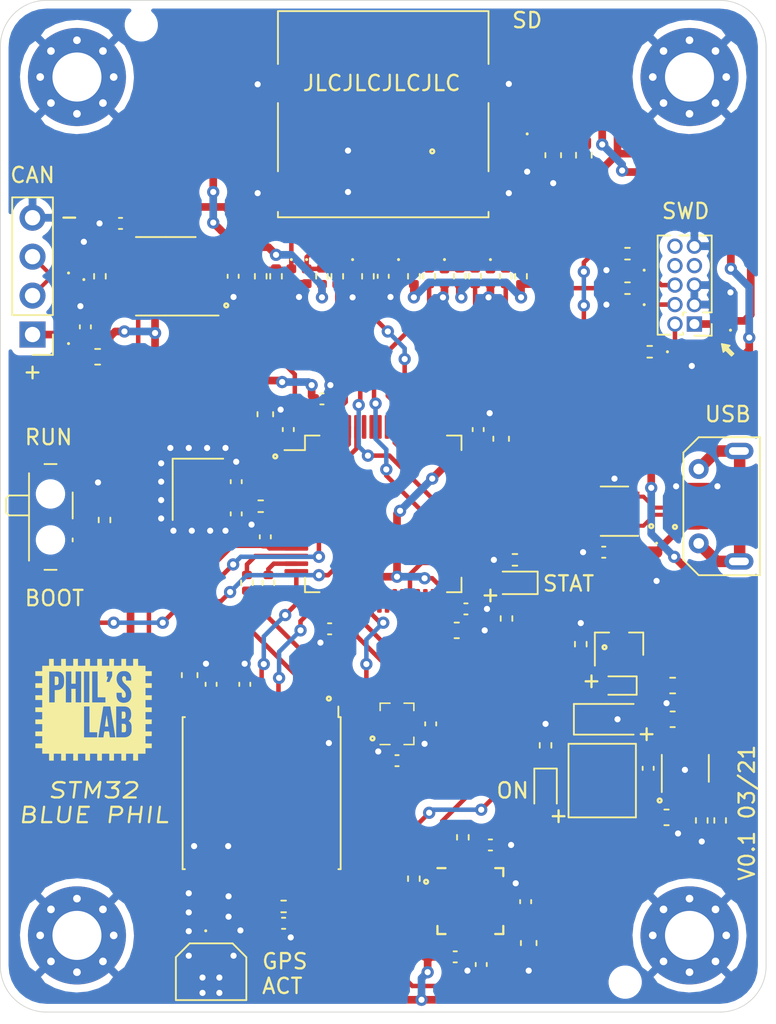
<source format=kicad_pcb>
(kicad_pcb (version 20171130) (host pcbnew "(5.1.7)-1")
  (layers (0 F.Cu signal) (31 B.Cu signal) (35 F.Paste user) (36 B.SilkS user) (37 F.SilkS user) (38 B.Mask user) (39 F.Mask user) (44 Edge.Cuts user))
  (net 0 "")
  (net 1 GND)
  (net 2 +5V)
  (net 3 "Net-(C101-Pad2)")
  (net 4 "Net-(C101-Pad1)")
  (net 5 +3V3)
  (net 6 /Microcontroller/MCU_VCAP1)
  (net 7 /Microcontroller/MCU_VCAP2)
  (net 8 /Microcontroller/MCU_HSE_IN)
  (net 9 /Microcontroller/MCU_HSE_OUT_R)
  (net 10 VBUS)
  (net 11 "Net-(C303-Pad1)")
  (net 12 /Sensors/IMU_REGOUT)
  (net 13 /Sensors/IMU_CPOUT)
  (net 14 /Miscellaneous/3V3_CAN)
  (net 15 "Net-(D100-Pad1)")
  (net 16 "Net-(D100-Pad2)")
  (net 17 "Net-(D102-Pad1)")
  (net 18 /Microcontroller/MCU_LED_A)
  (net 19 /Microcontroller/MCU_LED_K)
  (net 20 /Microcontroller/CONN_SWO)
  (net 21 /Microcontroller/CONN_SWCLK)
  (net 22 /Microcontroller/CONN_SWDIO)
  (net 23 "Net-(D300-Pad1)")
  (net 24 /Miscellaneous/SD_DAT2)
  (net 25 /Miscellaneous/SD_DAT3)
  (net 26 /Miscellaneous/SD_CMD)
  (net 27 /Miscellaneous/SD_CLK)
  (net 28 /Miscellaneous/SD_DAT0)
  (net 29 /Miscellaneous/SD_DAT1)
  (net 30 /Miscellaneous/CAN-)
  (net 31 /Miscellaneous/CAN+)
  (net 32 "Net-(J201-Pad6)")
  (net 33 CONN_USB_D-)
  (net 34 CONN_USB_D+)
  (net 35 "Net-(R101-Pad2)")
  (net 36 /Microcontroller/SW_BOOT0)
  (net 37 /Microcontroller/MCU_BOOT0)
  (net 38 /Microcontroller/MCU_HSE_OUT)
  (net 39 /Microcontroller/MCU_BOOT1)
  (net 40 MCU_I2C2_SCL)
  (net 41 MCU_I2C2_SDA)
  (net 42 MCU_SWDIO)
  (net 43 MCU_SWCLK)
  (net 44 MCU_SWO)
  (net 45 "Net-(R300-Pad2)")
  (net 46 MCU_UART4_TX)
  (net 47 /GPS/GPS_RX)
  (net 48 MCU_UART4_RX)
  (net 49 /GPS/GPS_TX)
  (net 50 MCU_SDIO_D2)
  (net 51 MCU_SDIO_D3)
  (net 52 MCU_SDIO_CMD)
  (net 53 MCU_SDIO_CK)
  (net 54 MCU_SDIO_D0)
  (net 55 MCU_SDIO_D1)
  (net 56 MCU_CAN1_TX)
  (net 57 MCU_CAN1_RX)
  (net 58 MCU_USB_D+)
  (net 59 MCU_USB_D-)
  (net 60 IMU_INTERRUPT)
  (net 61 MCU_SPI1_MOSI)
  (net 62 MCU_SPI1_MISO)
  (net 63 MCU_SPI1_SCK)
  (net 64 MCU_SPI1_NSS)
  (net 65 GPS_PPS)
  (net 66 GPS_NRST)
  (net 67 GPS_ONOFF)
  (net 68 CAN_SILENT)
  (net 69 /Miscellaneous/SD_VDD)
  (module BluePhil-Footprints:PhilsLab-Silkscreen (layer F.Cu) (at 95.15 93.25)
    (fp_text reference G*** hide)
    (fp_text value LOGO hide)
  )
  (module BluePhil-Footprints:JLCPCB-Tooling-Hole (layer F.Cu) (at 129.8 113.55)
    (fp_text reference REF**)
    (fp_text value JLCPCB-Tooling-Hole)
    (pad "" np_thru_hole circle (at 0 -2.5) (size 1.152 1.152) (drill 1.152) (layers *.Cu *.Mask))
  )
  (module BluePhil-Footprints:JLCPCB-Tooling-Hole (layer F.Cu) (at 98.2 51.1)
    (fp_text reference REF**)
    (fp_text value JLCPCB-Tooling-Hole)
    (pad "" np_thru_hole circle (at 0 -2.5) (size 1.152 1.152) (drill 1.152) (layers *.Cu *.Mask))
  )
  (module MountingHole:MountingHole_3.2mm_M3_Pad_Via (layer F.Cu) (at 94 52)
    (fp_text reference H503)
    (fp_text value MountingHole_Pad)
    (pad 1 thru_hole circle (at 1.697056 -1.697056) (size 0.8 0.8) (drill 0.5) (layers *.Cu *.Mask) (net 1 GND))
    (pad 1 thru_hole circle (at 0 -2.4) (size 0.8 0.8) (drill 0.5) (layers *.Cu *.Mask) (net 1 GND))
    (pad 1 thru_hole circle (at -1.697056 -1.697056) (size 0.8 0.8) (drill 0.5) (layers *.Cu *.Mask) (net 1 GND))
    (pad 1 thru_hole circle (at -2.4 0) (size 0.8 0.8) (drill 0.5) (layers *.Cu *.Mask) (net 1 GND))
    (pad 1 thru_hole circle (at -1.697056 1.697056) (size 0.8 0.8) (drill 0.5) (layers *.Cu *.Mask) (net 1 GND))
    (pad 1 thru_hole circle (at 0 2.4) (size 0.8 0.8) (drill 0.5) (layers *.Cu *.Mask) (net 1 GND))
    (pad 1 thru_hole circle (at 1.697056 1.697056) (size 0.8 0.8) (drill 0.5) (layers *.Cu *.Mask) (net 1 GND))
    (pad 1 thru_hole circle (at 2.4 0) (size 0.8 0.8) (drill 0.5) (layers *.Cu *.Mask) (net 1 GND))
    (pad 1 thru_hole circle (at 0 0) (size 6.4 6.4) (drill 3.2) (layers *.Cu *.Mask) (net 1 GND))
  )
  (module MountingHole:MountingHole_3.2mm_M3_Pad_Via (layer F.Cu) (at 134 52)
    (fp_text reference H502)
    (fp_text value MountingHole_Pad)
    (pad 1 thru_hole circle (at 1.697056 -1.697056) (size 0.8 0.8) (drill 0.5) (layers *.Cu *.Mask) (net 1 GND))
    (pad 1 thru_hole circle (at 0 -2.4) (size 0.8 0.8) (drill 0.5) (layers *.Cu *.Mask) (net 1 GND))
    (pad 1 thru_hole circle (at -1.697056 -1.697056) (size 0.8 0.8) (drill 0.5) (layers *.Cu *.Mask) (net 1 GND))
    (pad 1 thru_hole circle (at -2.4 0) (size 0.8 0.8) (drill 0.5) (layers *.Cu *.Mask) (net 1 GND))
    (pad 1 thru_hole circle (at -1.697056 1.697056) (size 0.8 0.8) (drill 0.5) (layers *.Cu *.Mask) (net 1 GND))
    (pad 1 thru_hole circle (at 0 2.4) (size 0.8 0.8) (drill 0.5) (layers *.Cu *.Mask) (net 1 GND))
    (pad 1 thru_hole circle (at 1.697056 1.697056) (size 0.8 0.8) (drill 0.5) (layers *.Cu *.Mask) (net 1 GND))
    (pad 1 thru_hole circle (at 2.4 0) (size 0.8 0.8) (drill 0.5) (layers *.Cu *.Mask) (net 1 GND))
    (pad 1 thru_hole circle (at 0 0) (size 6.4 6.4) (drill 3.2) (layers *.Cu *.Mask) (net 1 GND))
  )
  (module MountingHole:MountingHole_3.2mm_M3_Pad_Via (layer F.Cu) (at 134 108)
    (fp_text reference H501)
    (fp_text value MountingHole_Pad)
    (pad 1 thru_hole circle (at 1.697056 -1.697056) (size 0.8 0.8) (drill 0.5) (layers *.Cu *.Mask) (net 1 GND))
    (pad 1 thru_hole circle (at 0 -2.4) (size 0.8 0.8) (drill 0.5) (layers *.Cu *.Mask) (net 1 GND))
    (pad 1 thru_hole circle (at -1.697056 -1.697056) (size 0.8 0.8) (drill 0.5) (layers *.Cu *.Mask) (net 1 GND))
    (pad 1 thru_hole circle (at -2.4 0) (size 0.8 0.8) (drill 0.5) (layers *.Cu *.Mask) (net 1 GND))
    (pad 1 thru_hole circle (at -1.697056 1.697056) (size 0.8 0.8) (drill 0.5) (layers *.Cu *.Mask) (net 1 GND))
    (pad 1 thru_hole circle (at 0 2.4) (size 0.8 0.8) (drill 0.5) (layers *.Cu *.Mask) (net 1 GND))
    (pad 1 thru_hole circle (at 1.697056 1.697056) (size 0.8 0.8) (drill 0.5) (layers *.Cu *.Mask) (net 1 GND))
    (pad 1 thru_hole circle (at 2.4 0) (size 0.8 0.8) (drill 0.5) (layers *.Cu *.Mask) (net 1 GND))
    (pad 1 thru_hole circle (at 0 0) (size 6.4 6.4) (drill 3.2) (layers *.Cu *.Mask) (net 1 GND))
  )
  (module MountingHole:MountingHole_3.2mm_M3_Pad_Via (layer F.Cu) (at 94 108)
    (fp_text reference H500)
    (fp_text value MountingHole_Pad)
    (pad 1 thru_hole circle (at 1.697056 -1.697056) (size 0.8 0.8) (drill 0.5) (layers *.Cu *.Mask) (net 1 GND))
    (pad 1 thru_hole circle (at 0 -2.4) (size 0.8 0.8) (drill 0.5) (layers *.Cu *.Mask) (net 1 GND))
    (pad 1 thru_hole circle (at -1.697056 -1.697056) (size 0.8 0.8) (drill 0.5) (layers *.Cu *.Mask) (net 1 GND))
    (pad 1 thru_hole circle (at -2.4 0) (size 0.8 0.8) (drill 0.5) (layers *.Cu *.Mask) (net 1 GND))
    (pad 1 thru_hole circle (at -1.697056 1.697056) (size 0.8 0.8) (drill 0.5) (layers *.Cu *.Mask) (net 1 GND))
    (pad 1 thru_hole circle (at 0 2.4) (size 0.8 0.8) (drill 0.5) (layers *.Cu *.Mask) (net 1 GND))
    (pad 1 thru_hole circle (at 1.697056 1.697056) (size 0.8 0.8) (drill 0.5) (layers *.Cu *.Mask) (net 1 GND))
    (pad 1 thru_hole circle (at 2.4 0) (size 0.8 0.8) (drill 0.5) (layers *.Cu *.Mask) (net 1 GND))
    (pad 1 thru_hole circle (at 0 0) (size 6.4 6.4) (drill 3.2) (layers *.Cu *.Mask) (net 1 GND))
  )
  (module Package_QFP:LQFP-64_10x10mm_P0.5mm (layer F.Cu) (at 114 80.5)
    (fp_text reference U200 hide)
    (fp_text value STM32F405RGT6)
    (pad 1 smd roundrect (at -5.675 -3.75) (size 1.55 0.3) (layers F.Cu F.Paste F.Mask) (net 5 +3V3))
    (pad 2 smd roundrect (at -5.675 -3.25) (size 1.55 0.3) (layers F.Cu F.Paste F.Mask) (net 68 CAN_SILENT))
    (pad 3 smd roundrect (at -5.675 -2.75) (size 1.55 0.3) (layers F.Cu F.Paste F.Mask))
    (pad 4 smd roundrect (at -5.675 -2.25) (size 1.55 0.3) (layers F.Cu F.Paste F.Mask))
    (pad 5 smd roundrect (at -5.675 -1.75) (size 1.55 0.3) (layers F.Cu F.Paste F.Mask) (net 8 /Microcontroller/MCU_HSE_IN))
    (pad 6 smd roundrect (at -5.675 -1.25) (size 1.55 0.3) (layers F.Cu F.Paste F.Mask) (net 38 /Microcontroller/MCU_HSE_OUT))
    (pad 7 smd roundrect (at -5.675 -0.75) (size 1.55 0.3) (layers F.Cu F.Paste F.Mask))
    (pad 8 smd roundrect (at -5.675 -0.25) (size 1.55 0.3) (layers F.Cu F.Paste F.Mask))
    (pad 9 smd roundrect (at -5.675 0.25) (size 1.55 0.3) (layers F.Cu F.Paste F.Mask) (net 66 GPS_NRST))
    (pad 10 smd roundrect (at -5.675 0.75) (size 1.55 0.3) (layers F.Cu F.Paste F.Mask))
    (pad 11 smd roundrect (at -5.675 1.25) (size 1.55 0.3) (layers F.Cu F.Paste F.Mask))
    (pad 12 smd roundrect (at -5.675 1.75) (size 1.55 0.3) (layers F.Cu F.Paste F.Mask) (net 1 GND))
    (pad 13 smd roundrect (at -5.675 2.25) (size 1.55 0.3) (layers F.Cu F.Paste F.Mask) (net 5 +3V3))
    (pad 14 smd roundrect (at -5.675 2.75) (size 1.55 0.3) (layers F.Cu F.Paste F.Mask) (net 46 MCU_UART4_TX))
    (pad 15 smd roundrect (at -5.675 3.25) (size 1.55 0.3) (layers F.Cu F.Paste F.Mask) (net 48 MCU_UART4_RX))
    (pad 16 smd roundrect (at -5.675 3.75) (size 1.55 0.3) (layers F.Cu F.Paste F.Mask) (net 67 GPS_ONOFF))
    (pad 17 smd roundrect (at -3.75 5.675) (size 0.3 1.55) (layers F.Cu F.Paste F.Mask) (net 65 GPS_PPS))
    (pad 18 smd roundrect (at -3.25 5.675) (size 0.3 1.55) (layers F.Cu F.Paste F.Mask) (net 1 GND))
    (pad 19 smd roundrect (at -2.75 5.675) (size 0.3 1.55) (layers F.Cu F.Paste F.Mask) (net 5 +3V3))
    (pad 20 smd roundrect (at -2.25 5.675) (size 0.3 1.55) (layers F.Cu F.Paste F.Mask) (net 64 MCU_SPI1_NSS))
    (pad 21 smd roundrect (at -1.75 5.675) (size 0.3 1.55) (layers F.Cu F.Paste F.Mask) (net 63 MCU_SPI1_SCK))
    (pad 22 smd roundrect (at -1.25 5.675) (size 0.3 1.55) (layers F.Cu F.Paste F.Mask) (net 62 MCU_SPI1_MISO))
    (pad 23 smd roundrect (at -0.75 5.675) (size 0.3 1.55) (layers F.Cu F.Paste F.Mask) (net 61 MCU_SPI1_MOSI))
    (pad 24 smd roundrect (at -0.25 5.675) (size 0.3 1.55) (layers F.Cu F.Paste F.Mask))
    (pad 25 smd roundrect (at 0.25 5.675) (size 0.3 1.55) (layers F.Cu F.Paste F.Mask))
    (pad 26 smd roundrect (at 0.75 5.675) (size 0.3 1.55) (layers F.Cu F.Paste F.Mask))
    (pad 27 smd roundrect (at 1.25 5.675) (size 0.3 1.55) (layers F.Cu F.Paste F.Mask) (net 60 IMU_INTERRUPT))
    (pad 28 smd roundrect (at 1.75 5.675) (size 0.3 1.55) (layers F.Cu F.Paste F.Mask) (net 39 /Microcontroller/MCU_BOOT1))
    (pad 29 smd roundrect (at 2.25 5.675) (size 0.3 1.55) (layers F.Cu F.Paste F.Mask) (net 40 MCU_I2C2_SCL))
    (pad 30 smd roundrect (at 2.75 5.675) (size 0.3 1.55) (layers F.Cu F.Paste F.Mask) (net 41 MCU_I2C2_SDA))
    (pad 31 smd roundrect (at 3.25 5.675) (size 0.3 1.55) (layers F.Cu F.Paste F.Mask) (net 6 /Microcontroller/MCU_VCAP1))
    (pad 32 smd roundrect (at 3.75 5.675) (size 0.3 1.55) (layers F.Cu F.Paste F.Mask) (net 5 +3V3))
    (pad 33 smd roundrect (at 5.675 3.75) (size 1.55 0.3) (layers F.Cu F.Paste F.Mask) (net 18 /Microcontroller/MCU_LED_A))
    (pad 34 smd roundrect (at 5.675 3.25) (size 1.55 0.3) (layers F.Cu F.Paste F.Mask))
    (pad 35 smd roundrect (at 5.675 2.75) (size 1.55 0.3) (layers F.Cu F.Paste F.Mask))
    (pad 36 smd roundrect (at 5.675 2.25) (size 1.55 0.3) (layers F.Cu F.Paste F.Mask))
    (pad 37 smd roundrect (at 5.675 1.75) (size 1.55 0.3) (layers F.Cu F.Paste F.Mask))
    (pad 38 smd roundrect (at 5.675 1.25) (size 1.55 0.3) (layers F.Cu F.Paste F.Mask))
    (pad 39 smd roundrect (at 5.675 0.75) (size 1.55 0.3) (layers F.Cu F.Paste F.Mask) (net 54 MCU_SDIO_D0))
    (pad 40 smd roundrect (at 5.675 0.25) (size 1.55 0.3) (layers F.Cu F.Paste F.Mask) (net 55 MCU_SDIO_D1))
    (pad 41 smd roundrect (at 5.675 -0.25) (size 1.55 0.3) (layers F.Cu F.Paste F.Mask))
    (pad 42 smd roundrect (at 5.675 -0.75) (size 1.55 0.3) (layers F.Cu F.Paste F.Mask))
    (pad 43 smd roundrect (at 5.675 -1.25) (size 1.55 0.3) (layers F.Cu F.Paste F.Mask))
    (pad 44 smd roundrect (at 5.675 -1.75) (size 1.55 0.3) (layers F.Cu F.Paste F.Mask) (net 59 MCU_USB_D-))
    (pad 45 smd roundrect (at 5.675 -2.25) (size 1.55 0.3) (layers F.Cu F.Paste F.Mask) (net 58 MCU_USB_D+))
    (pad 46 smd roundrect (at 5.675 -2.75) (size 1.55 0.3) (layers F.Cu F.Paste F.Mask) (net 42 MCU_SWDIO))
    (pad 47 smd roundrect (at 5.675 -3.25) (size 1.55 0.3) (layers F.Cu F.Paste F.Mask) (net 7 /Microcontroller/MCU_VCAP2))
    (pad 48 smd roundrect (at 5.675 -3.75) (size 1.55 0.3) (layers F.Cu F.Paste F.Mask) (net 5 +3V3))
    (pad 49 smd roundrect (at 3.75 -5.675) (size 0.3 1.55) (layers F.Cu F.Paste F.Mask) (net 43 MCU_SWCLK))
    (pad 50 smd roundrect (at 3.25 -5.675) (size 0.3 1.55) (layers F.Cu F.Paste F.Mask))
    (pad 51 smd roundrect (at 2.75 -5.675) (size 0.3 1.55) (layers F.Cu F.Paste F.Mask) (net 50 MCU_SDIO_D2))
    (pad 52 smd roundrect (at 2.25 -5.675) (size 0.3 1.55) (layers F.Cu F.Paste F.Mask) (net 51 MCU_SDIO_D3))
    (pad 53 smd roundrect (at 1.75 -5.675) (size 0.3 1.55) (layers F.Cu F.Paste F.Mask) (net 53 MCU_SDIO_CK))
    (pad 54 smd roundrect (at 1.25 -5.675) (size 0.3 1.55) (layers F.Cu F.Paste F.Mask) (net 52 MCU_SDIO_CMD))
    (pad 55 smd roundrect (at 0.75 -5.675) (size 0.3 1.55) (layers F.Cu F.Paste F.Mask) (net 44 MCU_SWO))
    (pad 56 smd roundrect (at 0.25 -5.675) (size 0.3 1.55) (layers F.Cu F.Paste F.Mask))
    (pad 57 smd roundrect (at -0.25 -5.675) (size 0.3 1.55) (layers F.Cu F.Paste F.Mask))
    (pad 58 smd roundrect (at -0.75 -5.675) (size 0.3 1.55) (layers F.Cu F.Paste F.Mask))
    (pad 59 smd roundrect (at -1.25 -5.675) (size 0.3 1.55) (layers F.Cu F.Paste F.Mask))
    (pad 60 smd roundrect (at -1.75 -5.675) (size 0.3 1.55) (layers F.Cu F.Paste F.Mask) (net 37 /Microcontroller/MCU_BOOT0))
    (pad 61 smd roundrect (at -2.25 -5.675) (size 0.3 1.55) (layers F.Cu F.Paste F.Mask) (net 57 MCU_CAN1_RX))
    (pad 62 smd roundrect (at -2.75 -5.675) (size 0.3 1.55) (layers F.Cu F.Paste F.Mask) (net 56 MCU_CAN1_TX))
    (pad 63 smd roundrect (at -3.25 -5.675) (size 0.3 1.55) (layers F.Cu F.Paste F.Mask) (net 1 GND))
    (pad 64 smd roundrect (at -3.75 -5.675) (size 0.3 1.55) (layers F.Cu F.Paste F.Mask) (net 5 +3V3))
  )
  (module Inductor_SMD:L_0603_1608Metric (layer F.Cu) (at 127.1 57.1 270)
    (fp_text reference FB500)
    (fp_text value 100R)
    (pad 2 smd roundrect (at 0.7875 0 270) (size 0.875 0.95) (layers F.Cu F.Paste F.Mask) (net 5 +3V3))
    (pad 1 smd roundrect (at -0.7875 0 270) (size 0.875 0.95) (layers F.Cu F.Paste F.Mask) (net 69 /Miscellaneous/SD_VDD))
  )
  (module Crystal:Crystal_SMD_3225-4Pin_3.2x2.5mm (layer F.Cu) (at 101.9 78.9 270)
    (fp_text reference Y200)
    (fp_text value 16MHz)
    (pad 4 smd rect (at -1.1 -0.85 270) (size 1.4 1.2) (layers F.Cu F.Paste F.Mask) (net 1 GND))
    (pad 3 smd rect (at 1.1 -0.85 270) (size 1.4 1.2) (layers F.Cu F.Paste F.Mask) (net 9 /Microcontroller/MCU_HSE_OUT_R))
    (pad 2 smd rect (at 1.1 0.85 270) (size 1.4 1.2) (layers F.Cu F.Paste F.Mask) (net 1 GND))
    (pad 1 smd rect (at -1.1 0.85 270) (size 1.4 1.2) (layers F.Cu F.Paste F.Mask) (net 8 /Microcontroller/MCU_HSE_IN))
  )
  (module Package_SO:SOIC-8_3.9x4.9mm_P1.27mm (layer F.Cu) (at 99.8 65 180)
    (fp_text reference U500)
    (fp_text value TJA1051T-3)
    (pad 8 smd roundrect (at 2.475 -1.905 180) (size 1.95 0.6) (layers F.Cu F.Paste F.Mask) (net 68 CAN_SILENT))
    (pad 7 smd roundrect (at 2.475 -0.635 180) (size 1.95 0.6) (layers F.Cu F.Paste F.Mask) (net 31 /Miscellaneous/CAN+))
    (pad 6 smd roundrect (at 2.475 0.635 180) (size 1.95 0.6) (layers F.Cu F.Paste F.Mask) (net 30 /Miscellaneous/CAN-))
    (pad 5 smd roundrect (at 2.475 1.905 180) (size 1.95 0.6) (layers F.Cu F.Paste F.Mask) (net 5 +3V3))
    (pad 4 smd roundrect (at -2.475 1.905 180) (size 1.95 0.6) (layers F.Cu F.Paste F.Mask) (net 57 MCU_CAN1_RX))
    (pad 3 smd roundrect (at -2.475 0.635 180) (size 1.95 0.6) (layers F.Cu F.Paste F.Mask) (net 2 +5V))
    (pad 2 smd roundrect (at -2.475 -0.635 180) (size 1.95 0.6) (layers F.Cu F.Paste F.Mask) (net 1 GND))
    (pad 1 smd roundrect (at -2.475 -1.905 180) (size 1.95 0.6) (layers F.Cu F.Paste F.Mask) (net 56 MCU_CAN1_TX))
  )
  (module Sensor_Motion:InvenSense_QFN-24_4x4mm_P0.5mm (layer F.Cu) (at 119.69 105.76)
    (fp_text reference U401)
    (fp_text value MPU-6050)
    (pad 1 smd roundrect (at -1.95 -1.25) (size 0.85 0.3) (layers F.Cu F.Paste F.Mask))
    (pad 2 smd roundrect (at -1.95 -0.75) (size 0.85 0.3) (layers F.Cu F.Paste F.Mask))
    (pad 3 smd roundrect (at -1.95 -0.25) (size 0.85 0.3) (layers F.Cu F.Paste F.Mask))
    (pad 4 smd roundrect (at -1.95 0.25) (size 0.85 0.3) (layers F.Cu F.Paste F.Mask))
    (pad 5 smd roundrect (at -1.95 0.75) (size 0.85 0.3) (layers F.Cu F.Paste F.Mask))
    (pad 6 smd roundrect (at -1.95 1.25) (size 0.85 0.3) (layers F.Cu F.Paste F.Mask))
    (pad 7 smd roundrect (at -1.25 1.95 90) (size 0.85 0.3) (layers F.Cu F.Paste F.Mask))
    (pad 8 smd roundrect (at -0.75 1.95 90) (size 0.85 0.3) (layers F.Cu F.Paste F.Mask) (net 5 +3V3))
    (pad 9 smd roundrect (at -0.25 1.95 90) (size 0.85 0.3) (layers F.Cu F.Paste F.Mask) (net 1 GND))
    (pad 10 smd roundrect (at 0.25 1.95 90) (size 0.85 0.3) (layers F.Cu F.Paste F.Mask) (net 12 /Sensors/IMU_REGOUT))
    (pad 11 smd roundrect (at 0.75 1.95 90) (size 0.85 0.3) (layers F.Cu F.Paste F.Mask))
    (pad 12 smd roundrect (at 1.25 1.95 90) (size 0.85 0.3) (layers F.Cu F.Paste F.Mask) (net 60 IMU_INTERRUPT))
    (pad 13 smd roundrect (at 1.95 1.25) (size 0.85 0.3) (layers F.Cu F.Paste F.Mask) (net 5 +3V3))
    (pad 14 smd roundrect (at 1.95 0.75) (size 0.85 0.3) (layers F.Cu F.Paste F.Mask))
    (pad 15 smd roundrect (at 1.95 0.25) (size 0.85 0.3) (layers F.Cu F.Paste F.Mask))
    (pad 16 smd roundrect (at 1.95 -0.25) (size 0.85 0.3) (layers F.Cu F.Paste F.Mask))
    (pad 17 smd roundrect (at 1.95 -0.75) (size 0.85 0.3) (layers F.Cu F.Paste F.Mask))
    (pad 18 smd roundrect (at 1.95 -1.25) (size 0.85 0.3) (layers F.Cu F.Paste F.Mask) (net 1 GND))
    (pad 19 smd roundrect (at 1.25 -1.95 90) (size 0.85 0.3) (layers F.Cu F.Paste F.Mask))
    (pad 20 smd roundrect (at 0.75 -1.95 90) (size 0.85 0.3) (layers F.Cu F.Paste F.Mask) (net 13 /Sensors/IMU_CPOUT))
    (pad 21 smd roundrect (at 0.25 -1.95 90) (size 0.85 0.3) (layers F.Cu F.Paste F.Mask))
    (pad 22 smd roundrect (at -0.25 -1.95 90) (size 0.85 0.3) (layers F.Cu F.Paste F.Mask))
    (pad 23 smd roundrect (at -0.75 -1.95 90) (size 0.85 0.3) (layers F.Cu F.Paste F.Mask) (net 40 MCU_I2C2_SCL))
    (pad 24 smd roundrect (at -1.25 -1.95 90) (size 0.85 0.3) (layers F.Cu F.Paste F.Mask) (net 41 MCU_I2C2_SDA))
  )
  (module Package_LGA:Bosch_LGA-8_2x2.5mm_P0.65mm_ClockwisePinNumbering (layer F.Cu) (at 114.9 94.2 90)
    (fp_text reference U400)
    (fp_text value SPL06-007)
    (pad 8 smd rect (at -0.975 0.8 180) (size 0.5 0.35) (layers F.Cu F.Paste F.Mask) (net 5 +3V3))
    (pad 2 smd rect (at -0.325 -0.8 180) (size 0.5 0.35) (layers F.Cu F.Paste F.Mask) (net 64 MCU_SPI1_NSS))
    (pad 3 smd rect (at 0.325 -0.8 180) (size 0.5 0.35) (layers F.Cu F.Paste F.Mask) (net 61 MCU_SPI1_MOSI))
    (pad 4 smd rect (at 0.975 -0.8 180) (size 0.5 0.35) (layers F.Cu F.Paste F.Mask) (net 63 MCU_SPI1_SCK))
    (pad 7 smd rect (at -0.325 0.8 180) (size 0.5 0.35) (layers F.Cu F.Paste F.Mask) (net 1 GND))
    (pad 6 smd rect (at 0.325 0.8 180) (size 0.5 0.35) (layers F.Cu F.Paste F.Mask) (net 5 +3V3))
    (pad 5 smd rect (at 0.975 0.8 180) (size 0.5 0.35) (layers F.Cu F.Paste F.Mask) (net 62 MCU_SPI1_MISO))
    (pad 1 smd rect (at -0.975 -0.8 180) (size 0.5 0.35) (layers F.Cu F.Paste F.Mask) (net 1 GND))
  )
  (module RF_GPS:ublox_MAX (layer F.Cu) (at 106.06 98.72 270)
    (fp_text reference U300)
    (fp_text value MAX-M8Q)
    (pad 18 smd roundrect (at 4.75 -4.4 270) (size 1.8 0.7) (layers F.Cu F.Paste F.Mask))
    (pad 17 smd roundrect (at 4.75 -3.3 270) (size 1.8 0.8) (layers F.Cu F.Paste F.Mask))
    (pad 16 smd roundrect (at 4.75 -2.2 270) (size 1.8 0.8) (layers F.Cu F.Paste F.Mask))
    (pad 15 smd roundrect (at 4.75 -1.1 270) (size 1.8 0.8) (layers F.Cu F.Paste F.Mask))
    (pad 14 smd roundrect (at 4.75 0 270) (size 1.8 0.8) (layers F.Cu F.Paste F.Mask) (net 45 "Net-(R300-Pad2)"))
    (pad 13 smd roundrect (at 4.75 1.1 270) (size 1.8 0.8) (layers F.Cu F.Paste F.Mask))
    (pad 12 smd roundrect (at 4.75 2.2 270) (size 1.8 0.8) (layers F.Cu F.Paste F.Mask) (net 1 GND))
    (pad 11 smd roundrect (at 4.75 3.3 270) (size 1.8 0.8) (layers F.Cu F.Paste F.Mask) (net 23 "Net-(D300-Pad1)"))
    (pad 10 smd roundrect (at 4.75 4.4 270) (size 1.8 0.7) (layers F.Cu F.Paste F.Mask) (net 1 GND))
    (pad 9 smd roundrect (at -4.75 4.4 270) (size 1.8 0.7) (layers F.Cu F.Paste F.Mask) (net 66 GPS_NRST))
    (pad 8 smd roundrect (at -4.75 3.3 270) (size 1.8 0.8) (layers F.Cu F.Paste F.Mask) (net 5 +3V3))
    (pad 7 smd roundrect (at -4.75 2.2 270) (size 1.8 0.8) (layers F.Cu F.Paste F.Mask))
    (pad 6 smd roundrect (at -4.75 1.1 270) (size 1.8 0.8) (layers F.Cu F.Paste F.Mask) (net 5 +3V3))
    (pad 5 smd roundrect (at -4.75 0 270) (size 1.8 0.8) (layers F.Cu F.Paste F.Mask) (net 67 GPS_ONOFF))
    (pad 4 smd roundrect (at -4.75 -1.1 270) (size 1.8 0.8) (layers F.Cu F.Paste F.Mask) (net 65 GPS_PPS))
    (pad 3 smd roundrect (at -4.75 -2.2 270) (size 1.8 0.8) (layers F.Cu F.Paste F.Mask) (net 47 /GPS/GPS_RX))
    (pad 2 smd roundrect (at -4.75 -3.3 270) (size 1.8 0.8) (layers F.Cu F.Paste F.Mask) (net 49 /GPS/GPS_TX))
    (pad 1 smd roundrect (at -4.75 -4.4 270) (size 1.8 0.7) (layers F.Cu F.Paste F.Mask) (net 1 GND))
  )
  (module Package_TO_SOT_SMD:SOT-23-6 (layer F.Cu) (at 129.1 80.325 180)
    (fp_text reference U201)
    (fp_text value USBLC6-2SC6)
    (pad 5 smd rect (at 1.1 0 180) (size 1.06 0.65) (layers F.Cu F.Paste F.Mask) (net 10 VBUS))
    (pad 6 smd rect (at 1.1 -0.95 180) (size 1.06 0.65) (layers F.Cu F.Paste F.Mask) (net 59 MCU_USB_D-))
    (pad 4 smd rect (at 1.1 0.95 180) (size 1.06 0.65) (layers F.Cu F.Paste F.Mask) (net 58 MCU_USB_D+))
    (pad 3 smd rect (at -1.1 0.95 180) (size 1.06 0.65) (layers F.Cu F.Paste F.Mask) (net 34 CONN_USB_D+))
    (pad 2 smd rect (at -1.1 0 180) (size 1.06 0.65) (layers F.Cu F.Paste F.Mask) (net 1 GND))
    (pad 1 smd rect (at -1.1 -0.95 180) (size 1.06 0.65) (layers F.Cu F.Paste F.Mask) (net 33 CONN_USB_D-))
  )
  (module Package_TO_SOT_SMD:TSOT-23-6 (layer F.Cu) (at 133.7 97.1 90)
    (fp_text reference U100)
    (fp_text value LM2842X)
    (pad 6 smd rect (at 1.31 -0.95 90) (size 1.22 0.65) (layers F.Cu F.Paste F.Mask) (net 4 "Net-(C101-Pad1)"))
    (pad 5 smd rect (at 1.31 0 90) (size 1.22 0.65) (layers F.Cu F.Paste F.Mask) (net 2 +5V))
    (pad 4 smd rect (at 1.31 0.95 90) (size 1.22 0.65) (layers F.Cu F.Paste F.Mask) (net 2 +5V))
    (pad 3 smd rect (at -1.31 0.95 90) (size 1.22 0.65) (layers F.Cu F.Paste F.Mask) (net 35 "Net-(R101-Pad2)"))
    (pad 2 smd rect (at -1.31 0 90) (size 1.22 0.65) (layers F.Cu F.Paste F.Mask) (net 1 GND))
    (pad 1 smd rect (at -1.31 -0.95 90) (size 1.22 0.65) (layers F.Cu F.Paste F.Mask) (net 3 "Net-(C101-Pad2)"))
  )
  (module Button_Switch_SMD:SW_SPDT_PCM12 (layer F.Cu) (at 92.6 80.7 270)
    (fp_text reference SW200)
    (fp_text value SW_SPDT)
    (pad "" np_thru_hole circle (at -1.5 0.33 270) (size 0.9 0.9) (drill 0.9) (layers *.Cu *.Mask))
    (pad "" np_thru_hole circle (at 1.5 0.33 270) (size 0.9 0.9) (drill 0.9) (layers *.Cu *.Mask))
    (pad 1 smd rect (at -2.25 -1.43 270) (size 0.7 1.5) (layers F.Cu F.Paste F.Mask) (net 1 GND))
    (pad 2 smd rect (at 0.75 -1.43 270) (size 0.7 1.5) (layers F.Cu F.Paste F.Mask) (net 36 /Microcontroller/SW_BOOT0))
    (pad 3 smd rect (at 2.25 -1.43 270) (size 0.7 1.5) (layers F.Cu F.Paste F.Mask) (net 5 +3V3))
    (pad "" smd rect (at -3.65 1.43 270) (size 1 0.8) (layers F.Cu F.Paste F.Mask))
    (pad "" smd rect (at 3.65 1.43 270) (size 1 0.8) (layers F.Cu F.Paste F.Mask))
    (pad "" smd rect (at 3.65 -0.78 270) (size 1 0.8) (layers F.Cu F.Paste F.Mask))
    (pad "" smd rect (at -3.65 -0.78 270) (size 1 0.8) (layers F.Cu F.Paste F.Mask))
  )
  (module Resistor_SMD:R_0402_1005Metric (layer F.Cu) (at 95.5 65 90)
    (fp_text reference R511)
    (fp_text value 120R)
    (pad 2 smd roundrect (at 0.51 0 90) (size 0.54 0.64) (layers F.Cu F.Paste F.Mask) (net 30 /Miscellaneous/CAN-))
    (pad 1 smd roundrect (at -0.51 0 90) (size 0.54 0.64) (layers F.Cu F.Paste F.Mask) (net 31 /Miscellaneous/CAN+))
  )
  (module Resistor_SMD:R_0402_1005Metric (layer F.Cu) (at 123 65 90)
    (fp_text reference R510)
    (fp_text value 47k)
    (pad 2 smd roundrect (at 0.51 0 90) (size 0.54 0.64) (layers F.Cu F.Paste F.Mask) (net 24 /Miscellaneous/SD_DAT2))
    (pad 1 smd roundrect (at -0.51 0 90) (size 0.54 0.64) (layers F.Cu F.Paste F.Mask) (net 5 +3V3))
  )
  (module Resistor_SMD:R_0402_1005Metric (layer F.Cu) (at 119 65 90)
    (fp_text reference R509)
    (fp_text value 47k)
    (pad 2 smd roundrect (at 0.51 0 90) (size 0.54 0.64) (layers F.Cu F.Paste F.Mask) (net 25 /Miscellaneous/SD_DAT3))
    (pad 1 smd roundrect (at -0.51 0 90) (size 0.54 0.64) (layers F.Cu F.Paste F.Mask) (net 5 +3V3))
  )
  (module Resistor_SMD:R_0402_1005Metric (layer F.Cu) (at 116 65 90)
    (fp_text reference R508)
    (fp_text value 47k)
    (pad 2 smd roundrect (at 0.51 0 90) (size 0.54 0.64) (layers F.Cu F.Paste F.Mask) (net 26 /Miscellaneous/SD_CMD))
    (pad 1 smd roundrect (at -0.51 0 90) (size 0.54 0.64) (layers F.Cu F.Paste F.Mask) (net 5 +3V3))
  )
  (module Resistor_SMD:R_0402_1005Metric (layer F.Cu) (at 110 65 90)
    (fp_text reference R507)
    (fp_text value 47k)
    (pad 2 smd roundrect (at 0.51 0 90) (size 0.54 0.64) (layers F.Cu F.Paste F.Mask) (net 28 /Miscellaneous/SD_DAT0))
    (pad 1 smd roundrect (at -0.51 0 90) (size 0.54 0.64) (layers F.Cu F.Paste F.Mask) (net 5 +3V3))
  )
  (module Resistor_SMD:R_0402_1005Metric (layer F.Cu) (at 106 65 90)
    (fp_text reference R506)
    (fp_text value 47k)
    (pad 2 smd roundrect (at 0.51 0 90) (size 0.54 0.64) (layers F.Cu F.Paste F.Mask) (net 29 /Miscellaneous/SD_DAT1))
    (pad 1 smd roundrect (at -0.51 0 90) (size 0.54 0.64) (layers F.Cu F.Paste F.Mask) (net 5 +3V3))
  )
  (module Resistor_SMD:R_0402_1005Metric (layer F.Cu) (at 107 65 270)
    (fp_text reference R505)
    (fp_text value 0R)
    (pad 2 smd roundrect (at 0.51 0 270) (size 0.54 0.64) (layers F.Cu F.Paste F.Mask) (net 55 MCU_SDIO_D1))
    (pad 1 smd roundrect (at -0.51 0 270) (size 0.54 0.64) (layers F.Cu F.Paste F.Mask) (net 29 /Miscellaneous/SD_DAT1))
  )
  (module Resistor_SMD:R_0402_1005Metric (layer F.Cu) (at 111 65 270)
    (fp_text reference R504)
    (fp_text value 0R)
    (pad 2 smd roundrect (at 0.51 0 270) (size 0.54 0.64) (layers F.Cu F.Paste F.Mask) (net 54 MCU_SDIO_D0))
    (pad 1 smd roundrect (at -0.51 0 270) (size 0.54 0.64) (layers F.Cu F.Paste F.Mask) (net 28 /Miscellaneous/SD_DAT0))
  )
  (module Resistor_SMD:R_0402_1005Metric (layer F.Cu) (at 113 65 270)
    (fp_text reference R503)
    (fp_text value 0R)
    (pad 2 smd roundrect (at 0.51 0 270) (size 0.54 0.64) (layers F.Cu F.Paste F.Mask) (net 53 MCU_SDIO_CK))
    (pad 1 smd roundrect (at -0.51 0 270) (size 0.54 0.64) (layers F.Cu F.Paste F.Mask) (net 27 /Miscellaneous/SD_CLK))
  )
  (module Resistor_SMD:R_0402_1005Metric (layer F.Cu) (at 117 65 270)
    (fp_text reference R502)
    (fp_text value 0R)
    (pad 2 smd roundrect (at 0.51 0 270) (size 0.54 0.64) (layers F.Cu F.Paste F.Mask) (net 52 MCU_SDIO_CMD))
    (pad 1 smd roundrect (at -0.51 0 270) (size 0.54 0.64) (layers F.Cu F.Paste F.Mask) (net 26 /Miscellaneous/SD_CMD))
  )
  (module Resistor_SMD:R_0402_1005Metric (layer F.Cu) (at 120 65 270)
    (fp_text reference R501)
    (fp_text value 0R)
    (pad 2 smd roundrect (at 0.51 0 270) (size 0.54 0.64) (layers F.Cu F.Paste F.Mask) (net 51 MCU_SDIO_D3))
    (pad 1 smd roundrect (at -0.51 0 270) (size 0.54 0.64) (layers F.Cu F.Paste F.Mask) (net 25 /Miscellaneous/SD_DAT3))
  )
  (module Resistor_SMD:R_0402_1005Metric (layer F.Cu) (at 122 65 270)
    (fp_text reference R500)
    (fp_text value 0R)
    (pad 2 smd roundrect (at 0.51 0 270) (size 0.54 0.64) (layers F.Cu F.Paste F.Mask) (net 50 MCU_SDIO_D2))
    (pad 1 smd roundrect (at -0.51 0 270) (size 0.54 0.64) (layers F.Cu F.Paste F.Mask) (net 24 /Miscellaneous/SD_DAT2))
  )
  (module Resistor_SMD:R_0402_1005Metric (layer F.Cu) (at 106.5 85 90)
    (fp_text reference R302)
    (fp_text value 0R)
    (pad 2 smd roundrect (at 0.51 0 90) (size 0.54 0.64) (layers F.Cu F.Paste F.Mask) (net 48 MCU_UART4_RX))
    (pad 1 smd roundrect (at -0.51 0 90) (size 0.54 0.64) (layers F.Cu F.Paste F.Mask) (net 49 /GPS/GPS_TX))
  )
  (module Resistor_SMD:R_0402_1005Metric (layer F.Cu) (at 105.1 85 90)
    (fp_text reference R301)
    (fp_text value 0R)
    (pad 2 smd roundrect (at 0.51 0 90) (size 0.54 0.64) (layers F.Cu F.Paste F.Mask) (net 46 MCU_UART4_TX))
    (pad 1 smd roundrect (at -0.51 0 90) (size 0.54 0.64) (layers F.Cu F.Paste F.Mask) (net 47 /GPS/GPS_RX))
  )
  (module Resistor_SMD:R_0402_1005Metric (layer F.Cu) (at 107.495 106.11)
    (fp_text reference R300)
    (fp_text value 10R)
    (pad 2 smd roundrect (at 0.51 0) (size 0.54 0.64) (layers F.Cu F.Paste F.Mask) (net 45 "Net-(R300-Pad2)"))
    (pad 1 smd roundrect (at -0.51 0) (size 0.54 0.64) (layers F.Cu F.Paste F.Mask) (net 11 "Net-(C303-Pad1)"))
  )
  (module Resistor_SMD:R_0402_1005Metric (layer F.Cu) (at 129.95 63.525)
    (fp_text reference R208)
    (fp_text value 22R)
    (pad 2 smd roundrect (at 0.51 0) (size 0.54 0.64) (layers F.Cu F.Paste F.Mask) (net 20 /Microcontroller/CONN_SWO))
    (pad 1 smd roundrect (at -0.51 0) (size 0.54 0.64) (layers F.Cu F.Paste F.Mask) (net 44 MCU_SWO))
  )
  (module Resistor_SMD:R_0402_1005Metric (layer F.Cu) (at 129.95 65.775)
    (fp_text reference R207)
    (fp_text value 22R)
    (pad 2 smd roundrect (at 0.51 0) (size 0.54 0.64) (layers F.Cu F.Paste F.Mask) (net 21 /Microcontroller/CONN_SWCLK))
    (pad 1 smd roundrect (at -0.51 0) (size 0.54 0.64) (layers F.Cu F.Paste F.Mask) (net 43 MCU_SWCLK))
  )
  (module Resistor_SMD:R_0402_1005Metric (layer F.Cu) (at 131.4 69.925)
    (fp_text reference R206)
    (fp_text value 22R)
    (pad 2 smd roundrect (at 0.51 0) (size 0.54 0.64) (layers F.Cu F.Paste F.Mask) (net 22 /Microcontroller/CONN_SWDIO))
    (pad 1 smd roundrect (at -0.51 0) (size 0.54 0.64) (layers F.Cu F.Paste F.Mask) (net 42 MCU_SWDIO))
  )
  (module Resistor_SMD:R_0402_1005Metric (layer F.Cu) (at 122.6 83.5 180)
    (fp_text reference R205)
    (fp_text value 1k)
    (pad 2 smd roundrect (at 0.51 0 180) (size 0.54 0.64) (layers F.Cu F.Paste F.Mask) (net 1 GND))
    (pad 1 smd roundrect (at -0.51 0 180) (size 0.54 0.64) (layers F.Cu F.Paste F.Mask) (net 19 /Microcontroller/MCU_LED_K))
  )
  (module Resistor_SMD:R_0402_1005Metric (layer F.Cu) (at 116 104.3 90)
    (fp_text reference R204)
    (fp_text value 2k2)
    (pad 2 smd roundrect (at 0.51 0 90) (size 0.54 0.64) (layers F.Cu F.Paste F.Mask) (net 41 MCU_I2C2_SDA))
    (pad 1 smd roundrect (at -0.51 0 90) (size 0.54 0.64) (layers F.Cu F.Paste F.Mask) (net 5 +3V3))
  )
  (module Resistor_SMD:R_0402_1005Metric (layer F.Cu) (at 119.2 101.6 270)
    (fp_text reference R203)
    (fp_text value 2k2)
    (pad 2 smd roundrect (at 0.51 0 270) (size 0.54 0.64) (layers F.Cu F.Paste F.Mask) (net 40 MCU_I2C2_SCL))
    (pad 1 smd roundrect (at -0.51 0 270) (size 0.54 0.64) (layers F.Cu F.Paste F.Mask) (net 5 +3V3))
  )
  (module Resistor_SMD:R_0402_1005Metric (layer F.Cu) (at 122.05 87.325 270)
    (fp_text reference R202)
    (fp_text value 10k)
    (pad 2 smd roundrect (at 0.51 0 270) (size 0.54 0.64) (layers F.Cu F.Paste F.Mask) (net 1 GND))
    (pad 1 smd roundrect (at -0.51 0 270) (size 0.54 0.64) (layers F.Cu F.Paste F.Mask) (net 39 /Microcontroller/MCU_BOOT1))
  )
  (module Resistor_SMD:R_0402_1005Metric (layer F.Cu) (at 106 80 180)
    (fp_text reference R201)
    (fp_text value 0R)
    (pad 2 smd roundrect (at 0.51 0 180) (size 0.54 0.64) (layers F.Cu F.Paste F.Mask) (net 9 /Microcontroller/MCU_HSE_OUT_R))
    (pad 1 smd roundrect (at -0.51 0 180) (size 0.54 0.64) (layers F.Cu F.Paste F.Mask) (net 38 /Microcontroller/MCU_HSE_OUT))
  )
  (module Resistor_SMD:R_0402_1005Metric (layer F.Cu) (at 95.8 80.9 270)
    (fp_text reference R200)
    (fp_text value 10k)
    (pad 2 smd roundrect (at 0.51 0 270) (size 0.54 0.64) (layers F.Cu F.Paste F.Mask) (net 36 /Microcontroller/SW_BOOT0))
    (pad 1 smd roundrect (at -0.51 0 270) (size 0.54 0.64) (layers F.Cu F.Paste F.Mask) (net 37 /Microcontroller/MCU_BOOT0))
  )
  (module Resistor_SMD:R_0402_1005Metric (layer F.Cu) (at 124.6 95.6 90)
    (fp_text reference R103)
    (fp_text value 1k)
    (pad 2 smd roundrect (at 0.51 0 90) (size 0.54 0.64) (layers F.Cu F.Paste F.Mask) (net 1 GND))
    (pad 1 smd roundrect (at -0.51 0 90) (size 0.54 0.64) (layers F.Cu F.Paste F.Mask) (net 17 "Net-(D102-Pad1)"))
  )
  (module Resistor_SMD:R_0402_1005Metric (layer F.Cu) (at 134.8 100.5 270)
    (fp_text reference R102)
    (fp_text value 1k02)
    (pad 2 smd roundrect (at 0.51 0 270) (size 0.54 0.64) (layers F.Cu F.Paste F.Mask) (net 1 GND))
    (pad 1 smd roundrect (at -0.51 0 270) (size 0.54 0.64) (layers F.Cu F.Paste F.Mask) (net 35 "Net-(R101-Pad2)"))
  )
  (module Resistor_SMD:R_0402_1005Metric (layer F.Cu) (at 136 100.5 90)
    (fp_text reference R101)
    (fp_text value 3k4)
    (pad 2 smd roundrect (at 0.51 0 90) (size 0.54 0.64) (layers F.Cu F.Paste F.Mask) (net 35 "Net-(R101-Pad2)"))
    (pad 1 smd roundrect (at -0.51 0 90) (size 0.54 0.64) (layers F.Cu F.Paste F.Mask) (net 5 +3V3))
  )
  (module Resistor_SMD:R_0402_1005Metric (layer F.Cu) (at 126.9 89 90)
    (fp_text reference R100)
    (fp_text value 470R)
    (pad 2 smd roundrect (at 0.51 0 90) (size 0.54 0.64) (layers F.Cu F.Paste F.Mask) (net 1 GND))
    (pad 1 smd roundrect (at -0.51 0 90) (size 0.54 0.64) (layers F.Cu F.Paste F.Mask) (net 16 "Net-(D100-Pad2)"))
  )
  (module Package_TO_SOT_SMD:SOT-23 (layer F.Cu) (at 129.4 89 90)
    (fp_text reference Q100)
    (fp_text value AO3401A)
    (pad 3 smd rect (at 1 0 90) (size 0.9 0.8) (layers F.Cu F.Paste F.Mask) (net 10 VBUS))
    (pad 2 smd rect (at -1 0.95 90) (size 0.9 0.8) (layers F.Cu F.Paste F.Mask) (net 15 "Net-(D100-Pad1)"))
    (pad 1 smd rect (at -1 -0.95 90) (size 0.9 0.8) (layers F.Cu F.Paste F.Mask) (net 16 "Net-(D100-Pad2)"))
  )
  (module Inductor_SMD:L_0402_1005Metric (layer F.Cu) (at 105.47 106.11 180)
    (fp_text reference L300)
    (fp_text value 100n)
    (pad 2 smd roundrect (at 0.485 0 180) (size 0.59 0.64) (layers F.Cu F.Paste F.Mask) (net 23 "Net-(D300-Pad1)"))
    (pad 1 smd roundrect (at -0.485 0 180) (size 0.59 0.64) (layers F.Cu F.Paste F.Mask) (net 11 "Net-(C303-Pad1)"))
  )
  (module BluePhil-Footprints:MPIT4018-150M-LF (layer F.Cu) (at 128.3 97.9 270)
    (fp_text reference L1)
    (fp_text value 15u)
    (pad 2 smd trapezoid (at 1.5 0 270) (size 1.1 3.7) (layers F.Cu F.Paste F.Mask) (net 5 +3V3))
    (pad 1 smd trapezoid (at -1.5 0 270) (size 1.1 3.7) (layers F.Cu F.Paste F.Mask) (net 4 "Net-(C101-Pad1)"))
  )
  (module Connector_PinHeader_2.54mm:PinHeader_1x04_P2.54mm_Vertical (layer F.Cu) (at 91.1 68.8 180)
    (fp_text reference J501)
    (fp_text value Conn_01x04)
    (pad 4 thru_hole oval (at 0 7.62 180) (size 1.7 1.7) (drill 1) (layers *.Cu *.Mask) (net 1 GND))
    (pad 3 thru_hole oval (at 0 5.08 180) (size 1.7 1.7) (drill 1) (layers *.Cu *.Mask) (net 30 /Miscellaneous/CAN-))
    (pad 2 thru_hole oval (at 0 2.54 180) (size 1.7 1.7) (drill 1) (layers *.Cu *.Mask) (net 31 /Miscellaneous/CAN+))
    (pad 1 thru_hole rect (at 0 0 180) (size 1.7 1.7) (drill 1) (layers *.Cu *.Mask) (net 14 /Miscellaneous/3V3_CAN))
  )
  (module BluePhil-Footprints:TF-102-15 (layer F.Cu) (at 114 55)
    (fp_text reference J500)
    (fp_text value Micro_SD_Card)
    (pad 9 smd rect (at 6.875 4.575) (size 1.45 2) (layers F.Cu F.Paste F.Mask) (net 1 GND))
    (pad 9 smd rect (at -6.875 4.575) (size 1.45 2) (layers F.Cu F.Paste F.Mask) (net 1 GND))
    (pad 9 smd rect (at -6.875 -2.55) (size 1.45 2) (layers F.Cu F.Paste F.Mask) (net 1 GND))
    (pad 9 smd rect (at 6.875 -2.55) (size 1.45 2) (layers F.Cu F.Paste F.Mask) (net 1 GND))
    (pad 8 smd rect (at -4.5 3.15) (size 0.8 1.5) (layers F.Cu F.Paste F.Mask) (net 29 /Miscellaneous/SD_DAT1))
    (pad 7 smd rect (at -3.4 3.15) (size 0.8 1.5) (layers F.Cu F.Paste F.Mask) (net 28 /Miscellaneous/SD_DAT0))
    (pad 6 smd rect (at -2.3 3.15) (size 0.8 1.5) (layers F.Cu F.Paste F.Mask) (net 1 GND))
    (pad 5 smd rect (at -1.2 3.15) (size 0.8 1.5) (layers F.Cu F.Paste F.Mask) (net 27 /Miscellaneous/SD_CLK))
    (pad 1 smd rect (at 3.2 3.15) (size 0.8 1.5) (layers F.Cu F.Paste F.Mask) (net 24 /Miscellaneous/SD_DAT2))
    (pad 2 smd rect (at 2.1 3.15) (size 0.8 1.5) (layers F.Cu F.Paste F.Mask) (net 25 /Miscellaneous/SD_DAT3))
    (pad 3 smd rect (at 1 3.15) (size 0.8 1.5) (layers F.Cu F.Paste F.Mask) (net 26 /Miscellaneous/SD_CMD))
    (pad 4 smd rect (at -0.1 3.15) (size 0.8 1.5) (layers F.Cu F.Paste F.Mask) (net 69 /Miscellaneous/SD_VDD))
  )
  (module BluePhil-Footprints:BWIPX-1-001E (layer F.Cu) (at 102.76 110.82 90)
    (fp_text reference J300)
    (fp_text value U.FL)
    (pad 1 smd rect (at 1.5 0 90) (size 1 1) (layers F.Cu F.Paste F.Mask) (net 23 "Net-(D300-Pad1)"))
    (pad 2 smd rect (at 0 -1.475 90) (size 2.2 1.05) (layers F.Cu F.Paste F.Mask) (net 1 GND))
    (pad 2 smd rect (at 0 1.475 90) (size 2.2 1.05) (layers F.Cu F.Paste F.Mask) (net 1 GND))
  )
  (module BluePhil-Footprints:MicroXNJ (layer F.Cu) (at 134.6 80 270)
    (fp_text reference J201)
    (fp_text value USB_B_Micro)
    (pad 6 smd trapezoid (at -0.975 -2.675 270) (size 0.6 1.35) (layers F.Cu F.Paste F.Mask) (net 32 "Net-(J201-Pad6)"))
    (pad 6 smd trapezoid (at 0.8 -2.675 270) (size 0.6 1.35) (layers F.Cu F.Paste F.Mask) (net 32 "Net-(J201-Pad6)"))
    (pad 6 thru_hole oval (at 3.6 -2.625 270) (size 1.07 1.9) (drill oval 0.5 1.3) (layers *.Cu *.Mask) (net 32 "Net-(J201-Pad6)"))
    (pad 6 thru_hole oval (at -3.6 -2.625 270) (size 1.07 1.9) (drill oval 0.5 1.3) (layers *.Cu *.Mask) (net 32 "Net-(J201-Pad6)"))
    (pad 6 thru_hole circle (at 2.425 0 270) (size 1.3 1.3) (drill 0.7) (layers *.Cu *.Mask) (net 32 "Net-(J201-Pad6)"))
    (pad 6 thru_hole circle (at -2.425 0 270) (size 1.3 1.3) (drill 0.7) (layers *.Cu *.Mask) (net 32 "Net-(J201-Pad6)"))
    (pad 1 smd trapezoid (at 1.3 0 270) (size 0.4 1.25) (layers F.Cu F.Paste F.Mask) (net 10 VBUS))
    (pad 2 smd rect (at 0.65 0 270) (size 0.4 1.25) (layers F.Cu F.Paste F.Mask) (net 33 CONN_USB_D-))
    (pad 5 smd rect (at -1.3 0 270) (size 0.4 1.25) (layers F.Cu F.Paste F.Mask) (net 1 GND))
    (pad 4 smd rect (at -0.65 0 270) (size 0.4 1.25) (layers F.Cu F.Paste F.Mask))
    (pad 3 smd rect (at 0 0 270) (size 0.4 1.25) (layers F.Cu F.Paste F.Mask) (net 34 CONN_USB_D+))
  )
  (module Connector_PinHeader_1.27mm:PinHeader_2x05_P1.27mm_Vertical (layer F.Cu) (at 134.32 68.115 180)
    (fp_text reference J200)
    (fp_text value SWD)
    (pad 10 thru_hole oval (at 1.27 5.08 180) (size 1 1) (drill 0.65) (layers *.Cu *.Mask))
    (pad 9 thru_hole oval (at 0 5.08 180) (size 1 1) (drill 0.65) (layers *.Cu *.Mask) (net 1 GND))
    (pad 8 thru_hole oval (at 1.27 3.81 180) (size 1 1) (drill 0.65) (layers *.Cu *.Mask))
    (pad 7 thru_hole oval (at 0 3.81 180) (size 1 1) (drill 0.65) (layers *.Cu *.Mask))
    (pad 6 thru_hole oval (at 1.27 2.54 180) (size 1 1) (drill 0.65) (layers *.Cu *.Mask) (net 20 /Microcontroller/CONN_SWO))
    (pad 5 thru_hole oval (at 0 2.54 180) (size 1 1) (drill 0.65) (layers *.Cu *.Mask) (net 1 GND))
    (pad 4 thru_hole oval (at 1.27 1.27 180) (size 1 1) (drill 0.65) (layers *.Cu *.Mask) (net 21 /Microcontroller/CONN_SWCLK))
    (pad 3 thru_hole oval (at 0 1.27 180) (size 1 1) (drill 0.65) (layers *.Cu *.Mask) (net 1 GND))
    (pad 2 thru_hole oval (at 1.27 0 180) (size 1 1) (drill 0.65) (layers *.Cu *.Mask) (net 22 /Microcontroller/CONN_SWDIO))
    (pad 1 thru_hole rect (at 0 0 180) (size 1 1) (drill 0.65) (layers *.Cu *.Mask) (net 5 +3V3))
  )
  (module Inductor_SMD:L_0603_1608Metric (layer F.Cu) (at 95.35 70.25)
    (fp_text reference FB501)
    (fp_text value 100R)
    (pad 2 smd roundrect (at 0.7875 0) (size 0.875 0.95) (layers F.Cu F.Paste F.Mask) (net 5 +3V3))
    (pad 1 smd roundrect (at -0.7875 0) (size 0.875 0.95) (layers F.Cu F.Paste F.Mask) (net 14 /Miscellaneous/3V3_CAN))
  )
  (module Inductor_SMD:L_0603_1608Metric (layer F.Cu) (at 132.9 91.7 180)
    (fp_text reference FB100)
    (fp_text value 100R)
    (pad 2 smd roundrect (at 0.7875 0 180) (size 0.875 0.95) (layers F.Cu F.Paste F.Mask) (net 15 "Net-(D100-Pad1)"))
    (pad 1 smd roundrect (at -0.7875 0 180) (size 0.875 0.95) (layers F.Cu F.Paste F.Mask) (net 2 +5V))
  )
  (module Diode_SMD:D_0402_1005Metric (layer F.Cu) (at 93.45 68.3 90)
    (fp_text reference D509)
    (fp_text value RCLAMP0521P-N)
    (pad 2 smd roundrect (at 0.485 0 90) (size 0.59 0.64) (layers F.Cu F.Paste F.Mask) (net 1 GND))
    (pad 1 smd roundrect (at -0.485 0 90) (size 0.59 0.64) (layers F.Cu F.Paste F.Mask) (net 14 /Miscellaneous/3V3_CAN))
  )
  (module Diode_SMD:D_0402_1005Metric (layer F.Cu) (at 93.45 65.875 270)
    (fp_text reference D508)
    (fp_text value RCLAMP0521P-N)
    (pad 2 smd roundrect (at 0.485 0 270) (size 0.59 0.64) (layers F.Cu F.Paste F.Mask) (net 1 GND))
    (pad 1 smd roundrect (at -0.485 0 270) (size 0.59 0.64) (layers F.Cu F.Paste F.Mask) (net 31 /Miscellaneous/CAN+))
  )
  (module Diode_SMD:D_0402_1005Metric (layer F.Cu) (at 94.45 64.125 90)
    (fp_text reference D507)
    (fp_text value RCLAMP0521P-N)
    (pad 2 smd roundrect (at 0.485 0 90) (size 0.59 0.64) (layers F.Cu F.Paste F.Mask) (net 1 GND))
    (pad 1 smd roundrect (at -0.485 0 90) (size 0.59 0.64) (layers F.Cu F.Paste F.Mask) (net 30 /Miscellaneous/CAN-))
  )
  (module Diode_SMD:D_0402_1005Metric (layer F.Cu) (at 123.4 56.8 270)
    (fp_text reference D506)
    (fp_text value RCLAMP0521P-N)
    (pad 2 smd roundrect (at 0.485 0 270) (size 0.59 0.64) (layers F.Cu F.Paste F.Mask) (net 1 GND))
    (pad 1 smd roundrect (at -0.485 0 270) (size 0.59 0.64) (layers F.Cu F.Paste F.Mask) (net 69 /Miscellaneous/SD_VDD))
  )
  (module Diode_SMD:D_0402_1005Metric (layer F.Cu) (at 108 65 270)
    (fp_text reference D505)
    (fp_text value RCLAMP0521P-N)
    (pad 2 smd roundrect (at 0.485 0 270) (size 0.59 0.64) (layers F.Cu F.Paste F.Mask) (net 1 GND))
    (pad 1 smd roundrect (at -0.485 0 270) (size 0.59 0.64) (layers F.Cu F.Paste F.Mask) (net 29 /Miscellaneous/SD_DAT1))
  )
  (module Diode_SMD:D_0402_1005Metric (layer F.Cu) (at 109 65 270)
    (fp_text reference D504)
    (fp_text value RCLAMP0521P-N)
    (pad 2 smd roundrect (at 0.485 0 270) (size 0.59 0.64) (layers F.Cu F.Paste F.Mask) (net 1 GND))
    (pad 1 smd roundrect (at -0.485 0 270) (size 0.59 0.64) (layers F.Cu F.Paste F.Mask) (net 28 /Miscellaneous/SD_DAT0))
  )
  (module Diode_SMD:D_0402_1005Metric (layer F.Cu) (at 112 65 270)
    (fp_text reference D503)
    (fp_text value RCLAMP0521P-N)
    (pad 2 smd roundrect (at 0.485 0 270) (size 0.59 0.64) (layers F.Cu F.Paste F.Mask) (net 1 GND))
    (pad 1 smd roundrect (at -0.485 0 270) (size 0.59 0.64) (layers F.Cu F.Paste F.Mask) (net 27 /Miscellaneous/SD_CLK))
  )
  (module Diode_SMD:D_0402_1005Metric (layer F.Cu) (at 115 65 270)
    (fp_text reference D502)
    (fp_text value RCLAMP0521P-N)
    (pad 2 smd roundrect (at 0.485 0 270) (size 0.59 0.64) (layers F.Cu F.Paste F.Mask) (net 1 GND))
    (pad 1 smd roundrect (at -0.485 0 270) (size 0.59 0.64) (layers F.Cu F.Paste F.Mask) (net 26 /Miscellaneous/SD_CMD))
  )
  (module Diode_SMD:D_0402_1005Metric (layer F.Cu) (at 118 65 270)
    (fp_text reference D501)
    (fp_text value RCLAMP0521P-N)
    (pad 2 smd roundrect (at 0.485 0 270) (size 0.59 0.64) (layers F.Cu F.Paste F.Mask) (net 1 GND))
    (pad 1 smd roundrect (at -0.485 0 270) (size 0.59 0.64) (layers F.Cu F.Paste F.Mask) (net 25 /Miscellaneous/SD_DAT3))
  )
  (module Diode_SMD:D_0402_1005Metric (layer F.Cu) (at 121 65 270)
    (fp_text reference D500)
    (fp_text value RCLAMP0521P-N)
    (pad 2 smd roundrect (at 0.485 0 270) (size 0.59 0.64) (layers F.Cu F.Paste F.Mask) (net 1 GND))
    (pad 1 smd roundrect (at -0.485 0 270) (size 0.59 0.64) (layers F.Cu F.Paste F.Mask) (net 24 /Miscellaneous/SD_DAT2))
  )
  (module Diode_SMD:D_0402_1005Metric (layer F.Cu) (at 103.5 107.7)
    (fp_text reference D300)
    (fp_text value RCLAMP0521P-N)
    (pad 2 smd roundrect (at 0.485 0) (size 0.59 0.64) (layers F.Cu F.Paste F.Mask) (net 1 GND))
    (pad 1 smd roundrect (at -0.485 0) (size 0.59 0.64) (layers F.Cu F.Paste F.Mask) (net 23 "Net-(D300-Pad1)"))
  )
  (module Diode_SMD:D_0402_1005Metric (layer F.Cu) (at 131.85 83.5 270)
    (fp_text reference D205)
    (fp_text value RCLAMP0521P-N)
    (pad 2 smd roundrect (at 0.485 0 270) (size 0.59 0.64) (layers F.Cu F.Paste F.Mask) (net 1 GND))
    (pad 1 smd roundrect (at -0.485 0 270) (size 0.59 0.64) (layers F.Cu F.Paste F.Mask) (net 10 VBUS))
  )
  (module Diode_SMD:D_0402_1005Metric (layer F.Cu) (at 133.65 69.925)
    (fp_text reference D204)
    (fp_text value RCLAMP0521P-N)
    (pad 2 smd roundrect (at 0.485 0) (size 0.59 0.64) (layers F.Cu F.Paste F.Mask) (net 1 GND))
    (pad 1 smd roundrect (at -0.485 0) (size 0.59 0.64) (layers F.Cu F.Paste F.Mask) (net 22 /Microcontroller/CONN_SWDIO))
  )
  (module Diode_SMD:D_0402_1005Metric (layer F.Cu) (at 129.95 66.85 180)
    (fp_text reference D203)
    (fp_text value RCLAMP0521P-N)
    (pad 2 smd roundrect (at 0.485 0 180) (size 0.59 0.64) (layers F.Cu F.Paste F.Mask) (net 1 GND))
    (pad 1 smd roundrect (at -0.485 0 180) (size 0.59 0.64) (layers F.Cu F.Paste F.Mask) (net 21 /Microcontroller/CONN_SWCLK))
  )
  (module Diode_SMD:D_0402_1005Metric (layer F.Cu) (at 129.95 64.6 180)
    (fp_text reference D202)
    (fp_text value RCLAMP0521P-N)
    (pad 2 smd roundrect (at 0.485 0 180) (size 0.59 0.64) (layers F.Cu F.Paste F.Mask) (net 1 GND))
    (pad 1 smd roundrect (at -0.485 0 180) (size 0.59 0.64) (layers F.Cu F.Paste F.Mask) (net 20 /Microcontroller/CONN_SWO))
  )
  (module Diode_SMD:D_0402_1005Metric (layer F.Cu) (at 136.675 67.425 90)
    (fp_text reference D201)
    (fp_text value RCLAMP0521P-N)
    (pad 2 smd roundrect (at 0.485 0 90) (size 0.59 0.64) (layers F.Cu F.Paste F.Mask) (net 1 GND))
    (pad 1 smd roundrect (at -0.485 0 90) (size 0.59 0.64) (layers F.Cu F.Paste F.Mask) (net 5 +3V3))
  )
  (module LED_SMD:LED_0603_1608Metric (layer F.Cu) (at 122.6 85 180)
    (fp_text reference D200)
    (fp_text value BLUE)
    (pad 2 smd roundrect (at 0.7875 0 180) (size 0.875 0.95) (layers F.Cu F.Paste F.Mask) (net 18 /Microcontroller/MCU_LED_A))
    (pad 1 smd roundrect (at -0.7875 0 180) (size 0.875 0.95) (layers F.Cu F.Paste F.Mask) (net 19 /Microcontroller/MCU_LED_K))
  )
  (module LED_SMD:LED_0603_1608Metric (layer F.Cu) (at 124.6 98.6 270)
    (fp_text reference D102)
    (fp_text value GREEN)
    (pad 2 smd roundrect (at 0.7875 0 270) (size 0.875 0.95) (layers F.Cu F.Paste F.Mask) (net 5 +3V3))
    (pad 1 smd roundrect (at -0.7875 0 270) (size 0.875 0.95) (layers F.Cu F.Paste F.Mask) (net 17 "Net-(D102-Pad1)"))
  )
  (module Diode_SMD:D_SOD-123 (layer F.Cu) (at 128.7 93.9)
    (fp_text reference D101)
    (fp_text value B5819W)
    (pad 2 smd rect (at 1.65 0) (size 0.9 1.2) (layers F.Cu F.Paste F.Mask) (net 1 GND))
    (pad 1 smd rect (at -1.65 0) (size 0.9 1.2) (layers F.Cu F.Paste F.Mask) (net 4 "Net-(C101-Pad1)"))
  )
  (module Diode_SMD:D_SOD-523 (layer F.Cu) (at 129.4 91.7 180)
    (fp_text reference D100)
    (fp_text value LM5Z2V7T1G)
    (pad 1 smd rect (at -0.7 0) (size 0.6 0.7) (layers F.Cu F.Paste F.Mask) (net 15 "Net-(D100-Pad1)"))
    (pad 2 smd rect (at 0.7 0) (size 0.6 0.7) (layers F.Cu F.Paste F.Mask) (net 16 "Net-(D100-Pad2)"))
  )
  (module Capacitor_SMD:C_0402_1005Metric (layer F.Cu) (at 94.55 68.3 90)
    (fp_text reference C504)
    (fp_text value 100n)
    (pad 2 smd roundrect (at 0.48 0 90) (size 0.56 0.62) (layers F.Cu F.Paste F.Mask) (net 1 GND))
    (pad 1 smd roundrect (at -0.48 0 90) (size 0.56 0.62) (layers F.Cu F.Paste F.Mask) (net 14 /Miscellaneous/3V3_CAN))
  )
  (module Capacitor_SMD:C_0402_1005Metric (layer F.Cu) (at 96.845 61.55)
    (fp_text reference C503)
    (fp_text value 100n)
    (pad 2 smd roundrect (at 0.48 0) (size 0.56 0.62) (layers F.Cu F.Paste F.Mask) (net 5 +3V3))
    (pad 1 smd roundrect (at -0.48 0) (size 0.56 0.62) (layers F.Cu F.Paste F.Mask) (net 1 GND))
  )
  (module Capacitor_SMD:C_0402_1005Metric (layer F.Cu) (at 104.2 65 90)
    (fp_text reference C502)
    (fp_text value 100n)
    (pad 2 smd roundrect (at 0.48 0 90) (size 0.56 0.62) (layers F.Cu F.Paste F.Mask) (net 2 +5V))
    (pad 1 smd roundrect (at -0.48 0 90) (size 0.56 0.62) (layers F.Cu F.Paste F.Mask) (net 1 GND))
  )
  (module Capacitor_SMD:C_0402_1005Metric (layer F.Cu) (at 114 65 90)
    (fp_text reference C501)
    (fp_text value 100n)
    (pad 2 smd roundrect (at 0.48 0 90) (size 0.56 0.62) (layers F.Cu F.Paste F.Mask) (net 69 /Miscellaneous/SD_VDD))
    (pad 1 smd roundrect (at -0.48 0 90) (size 0.56 0.62) (layers F.Cu F.Paste F.Mask) (net 1 GND))
  )
  (module Capacitor_SMD:C_0603_1608Metric (layer F.Cu) (at 125.1 57.1 90)
    (fp_text reference C500)
    (fp_text value 10u)
    (pad 2 smd roundrect (at 0.775 0 90) (size 0.9 0.95) (layers F.Cu F.Paste F.Mask) (net 69 /Miscellaneous/SD_VDD))
    (pad 1 smd roundrect (at -0.775 0 90) (size 0.9 0.95) (layers F.Cu F.Paste F.Mask) (net 1 GND))
  )
  (module Capacitor_SMD:C_0402_1005Metric (layer F.Cu) (at 121 102.1)
    (fp_text reference C406)
    (fp_text value 2n2)
    (pad 2 smd roundrect (at 0.48 0) (size 0.56 0.62) (layers F.Cu F.Paste F.Mask) (net 1 GND))
    (pad 1 smd roundrect (at -0.48 0) (size 0.56 0.62) (layers F.Cu F.Paste F.Mask) (net 13 /Sensors/IMU_CPOUT))
  )
  (module Capacitor_SMD:C_0402_1005Metric (layer F.Cu) (at 120.4 109.9 270)
    (fp_text reference C405)
    (fp_text value 100n)
    (pad 2 smd roundrect (at 0.48 0 270) (size 0.56 0.62) (layers F.Cu F.Paste F.Mask) (net 1 GND))
    (pad 1 smd roundrect (at -0.48 0 270) (size 0.56 0.62) (layers F.Cu F.Paste F.Mask) (net 12 /Sensors/IMU_REGOUT))
  )
  (module Capacitor_SMD:C_0402_1005Metric (layer F.Cu) (at 123.3 105.8 90)
    (fp_text reference C404)
    (fp_text value 100n)
    (pad 2 smd roundrect (at 0.48 0 90) (size 0.56 0.62) (layers F.Cu F.Paste F.Mask) (net 1 GND))
    (pad 1 smd roundrect (at -0.48 0 90) (size 0.56 0.62) (layers F.Cu F.Paste F.Mask) (net 5 +3V3))
  )
  (module Capacitor_SMD:C_0402_1005Metric (layer F.Cu) (at 118.7 109.4)
    (fp_text reference C403)
    (fp_text value 100n)
    (pad 2 smd roundrect (at 0.48 0) (size 0.56 0.62) (layers F.Cu F.Paste F.Mask) (net 1 GND))
    (pad 1 smd roundrect (at -0.48 0) (size 0.56 0.62) (layers F.Cu F.Paste F.Mask) (net 5 +3V3))
  )
  (module Capacitor_SMD:C_0603_1608Metric (layer F.Cu) (at 123.5 108.5 270)
    (fp_text reference C402)
    (fp_text value 10u)
    (pad 2 smd roundrect (at 0.775 0 270) (size 0.9 0.95) (layers F.Cu F.Paste F.Mask) (net 1 GND))
    (pad 1 smd roundrect (at -0.775 0 270) (size 0.9 0.95) (layers F.Cu F.Paste F.Mask) (net 5 +3V3))
  )
  (module Capacitor_SMD:C_0402_1005Metric (layer F.Cu) (at 114.9 96.6 180)
    (fp_text reference C401)
    (fp_text value 100n)
    (pad 2 smd roundrect (at 0.48 0 180) (size 0.56 0.62) (layers F.Cu F.Paste F.Mask) (net 1 GND))
    (pad 1 smd roundrect (at -0.48 0 180) (size 0.56 0.62) (layers F.Cu F.Paste F.Mask) (net 5 +3V3))
  )
  (module Capacitor_SMD:C_0402_1005Metric (layer F.Cu) (at 117.1 94.2 270)
    (fp_text reference C400)
    (fp_text value 100n)
    (pad 2 smd roundrect (at 0.48 0 270) (size 0.56 0.62) (layers F.Cu F.Paste F.Mask) (net 1 GND))
    (pad 1 smd roundrect (at -0.48 0 270) (size 0.56 0.62) (layers F.Cu F.Paste F.Mask) (net 5 +3V3))
  )
  (module Capacitor_SMD:C_0402_1005Metric (layer F.Cu) (at 107.495 107.21)
    (fp_text reference C303)
    (fp_text value 10n)
    (pad 2 smd roundrect (at 0.48 0) (size 0.56 0.62) (layers F.Cu F.Paste F.Mask) (net 1 GND))
    (pad 1 smd roundrect (at -0.48 0) (size 0.56 0.62) (layers F.Cu F.Paste F.Mask) (net 11 "Net-(C303-Pad1)"))
  )
  (module Capacitor_SMD:C_0402_1005Metric (layer F.Cu) (at 104.96 91.62 90)
    (fp_text reference C302)
    (fp_text value 100n)
    (pad 2 smd roundrect (at 0.48 0 90) (size 0.56 0.62) (layers F.Cu F.Paste F.Mask) (net 1 GND))
    (pad 1 smd roundrect (at -0.48 0 90) (size 0.56 0.62) (layers F.Cu F.Paste F.Mask) (net 5 +3V3))
  )
  (module Capacitor_SMD:C_0402_1005Metric (layer F.Cu) (at 102.76 91.62 90)
    (fp_text reference C301)
    (fp_text value 100n)
    (pad 2 smd roundrect (at 0.48 0 90) (size 0.56 0.62) (layers F.Cu F.Paste F.Mask) (net 1 GND))
    (pad 1 smd roundrect (at -0.48 0 90) (size 0.56 0.62) (layers F.Cu F.Paste F.Mask) (net 5 +3V3))
  )
  (module Capacitor_SMD:C_0603_1608Metric (layer F.Cu) (at 101.36 91.02 90)
    (fp_text reference C300)
    (fp_text value 10u)
    (pad 2 smd roundrect (at 0.775 0 90) (size 0.9 0.95) (layers F.Cu F.Paste F.Mask) (net 1 GND))
    (pad 1 smd roundrect (at -0.775 0 90) (size 0.9 0.95) (layers F.Cu F.Paste F.Mask) (net 5 +3V3))
  )
  (module Capacitor_SMD:C_0402_1005Metric (layer F.Cu) (at 128.4 83)
    (fp_text reference C212)
    (fp_text value 100n)
    (pad 2 smd roundrect (at 0.48 0) (size 0.56 0.62) (layers F.Cu F.Paste F.Mask) (net 10 VBUS))
    (pad 1 smd roundrect (at -0.48 0) (size 0.56 0.62) (layers F.Cu F.Paste F.Mask) (net 1 GND))
  )
  (module Capacitor_SMD:C_0402_1005Metric (layer F.Cu) (at 104.4 80.5 270)
    (fp_text reference C210)
    (fp_text value 10p)
    (pad 2 smd roundrect (at 0.48 0 270) (size 0.56 0.62) (layers F.Cu F.Paste F.Mask) (net 1 GND))
    (pad 1 smd roundrect (at -0.48 0 270) (size 0.56 0.62) (layers F.Cu F.Paste F.Mask) (net 9 /Microcontroller/MCU_HSE_OUT_R))
  )
  (module Capacitor_SMD:C_0402_1005Metric (layer F.Cu) (at 104.4 78.4 90)
    (fp_text reference C209)
    (fp_text value 10p)
    (pad 2 smd roundrect (at 0.48 0 90) (size 0.56 0.62) (layers F.Cu F.Paste F.Mask) (net 1 GND))
    (pad 1 smd roundrect (at -0.48 0 90) (size 0.56 0.62) (layers F.Cu F.Paste F.Mask) (net 8 /Microcontroller/MCU_HSE_IN))
  )
  (module Capacitor_SMD:C_0603_1608Metric (layer F.Cu) (at 121.7 75.6 90)
    (fp_text reference C208)
    (fp_text value 2u2)
    (pad 2 smd roundrect (at 0.775 0 90) (size 0.9 0.95) (layers F.Cu F.Paste F.Mask) (net 1 GND))
    (pad 1 smd roundrect (at -0.775 0 90) (size 0.9 0.95) (layers F.Cu F.Paste F.Mask) (net 7 /Microcontroller/MCU_VCAP2))
  )
  (module Capacitor_SMD:C_0603_1608Metric (layer F.Cu) (at 118.8 88.1)
    (fp_text reference C207)
    (fp_text value 2u2)
    (pad 2 smd roundrect (at 0.775 0) (size 0.9 0.95) (layers F.Cu F.Paste F.Mask) (net 1 GND))
    (pad 1 smd roundrect (at -0.775 0) (size 0.9 0.95) (layers F.Cu F.Paste F.Mask) (net 6 /Microcontroller/MCU_VCAP1))
  )
  (module Capacitor_SMD:C_0402_1005Metric (layer F.Cu) (at 106.3 82 90)
    (fp_text reference C206)
    (fp_text value 100n)
    (pad 2 smd roundrect (at 0.48 0 90) (size 0.56 0.62) (layers F.Cu F.Paste F.Mask) (net 1 GND))
    (pad 1 smd roundrect (at -0.48 0 90) (size 0.56 0.62) (layers F.Cu F.Paste F.Mask) (net 5 +3V3))
  )
  (module Capacitor_SMD:C_0402_1005Metric (layer F.Cu) (at 110.5 88 180)
    (fp_text reference C205)
    (fp_text value 100n)
    (pad 2 smd roundrect (at 0.48 0 180) (size 0.56 0.62) (layers F.Cu F.Paste F.Mask) (net 1 GND))
    (pad 1 smd roundrect (at -0.48 0 180) (size 0.56 0.62) (layers F.Cu F.Paste F.Mask) (net 5 +3V3))
  )
  (module Capacitor_SMD:C_0402_1005Metric (layer F.Cu) (at 119.4 86.7)
    (fp_text reference C204)
    (fp_text value 100n)
    (pad 2 smd roundrect (at 0.48 0) (size 0.56 0.62) (layers F.Cu F.Paste F.Mask) (net 1 GND))
    (pad 1 smd roundrect (at -0.48 0) (size 0.56 0.62) (layers F.Cu F.Paste F.Mask) (net 5 +3V3))
  )
  (module Capacitor_SMD:C_0402_1005Metric (layer F.Cu) (at 120.2 75 90)
    (fp_text reference C203)
    (fp_text value 100n)
    (pad 2 smd roundrect (at 0.48 0 90) (size 0.56 0.62) (layers F.Cu F.Paste F.Mask) (net 1 GND))
    (pad 1 smd roundrect (at -0.48 0 90) (size 0.56 0.62) (layers F.Cu F.Paste F.Mask) (net 5 +3V3))
  )
  (module Capacitor_SMD:C_0402_1005Metric (layer F.Cu) (at 110 73)
    (fp_text reference C202)
    (fp_text value 100n)
    (pad 2 smd roundrect (at 0.48 0) (size 0.56 0.62) (layers F.Cu F.Paste F.Mask) (net 1 GND))
    (pad 1 smd roundrect (at -0.48 0) (size 0.56 0.62) (layers F.Cu F.Paste F.Mask) (net 5 +3V3))
  )
  (module Capacitor_SMD:C_0402_1005Metric (layer F.Cu) (at 107.8 75 90)
    (fp_text reference C201)
    (fp_text value 100n)
    (pad 2 smd roundrect (at 0.48 0 90) (size 0.56 0.62) (layers F.Cu F.Paste F.Mask) (net 1 GND))
    (pad 1 smd roundrect (at -0.48 0 90) (size 0.56 0.62) (layers F.Cu F.Paste F.Mask) (net 5 +3V3))
  )
  (module Capacitor_SMD:C_0603_1608Metric (layer F.Cu) (at 106.3 74 90)
    (fp_text reference C200)
    (fp_text value 10u)
    (pad 2 smd roundrect (at 0.775 0 90) (size 0.9 0.95) (layers F.Cu F.Paste F.Mask) (net 1 GND))
    (pad 1 smd roundrect (at -0.775 0 90) (size 0.9 0.95) (layers F.Cu F.Paste F.Mask) (net 5 +3V3))
  )
  (module Capacitor_SMD:C_0603_1608Metric (layer F.Cu) (at 132.5 100.3)
    (fp_text reference C102)
    (fp_text value 10u)
    (pad 2 smd roundrect (at 0.775 0) (size 0.9 0.95) (layers F.Cu F.Paste F.Mask) (net 1 GND))
    (pad 1 smd roundrect (at -0.775 0) (size 0.9 0.95) (layers F.Cu F.Paste F.Mask) (net 5 +3V3))
  )
  (module Capacitor_SMD:C_0402_1005Metric (layer F.Cu) (at 131.3 97.1 270)
    (fp_text reference C101)
    (fp_text value 100n)
    (pad 2 smd roundrect (at 0.48 0 270) (size 0.56 0.62) (layers F.Cu F.Paste F.Mask) (net 3 "Net-(C101-Pad2)"))
    (pad 1 smd roundrect (at -0.48 0 270) (size 0.56 0.62) (layers F.Cu F.Paste F.Mask) (net 4 "Net-(C101-Pad1)"))
  )
  (module Capacitor_SMD:C_0603_1608Metric (layer F.Cu) (at 132.9 93.9 180)
    (fp_text reference C100)
    (fp_text value 2u2)
    (pad 2 smd roundrect (at 0.775 0 180) (size 0.9 0.95) (layers F.Cu F.Paste F.Mask) (net 1 GND))
    (pad 1 smd roundrect (at -0.775 0 180) (size 0.9 0.95) (layers F.Cu F.Paste F.Mask) (net 2 +5V))
  )
  (gr_text + (at 125.45 100.15) (layer F.SilkS) (effects (font (size 1 1))))
  (gr_text STAT (at 126.1 85.05) (layer F.SilkS) (effects (font (size 1 1))))
  (gr_text ON (at 122.45 98.55) (layer F.SilkS) (effects (font (size 1 1))))
  (gr_text "V0.1 03/21" (at 137.75 100 90) (layer F.SilkS) (effects (font (size 1 1))))
  (gr_text "STM32\nBLUE PHIL" (at 95.1 99.35) (layer F.SilkS) (effects (font (size 1 1.25) (thickness 0.15) italic)))
  (gr_text + (at 91.1 71.2) (layer F.SilkS) (effects (font (size 1 1))))
  (gr_text - (at 93.5 61.1) (layer F.SilkS) (effects (font (size 1 1))))
  (gr_text + (at 121 85.75) (layer F.SilkS) (effects (font (size 1 1))))
  (gr_text + (at 127.6 91.35) (layer F.SilkS) (effects (font (size 1 1))))
  (gr_text + (at 131.2 94.8) (layer F.SilkS) (effects (font (size 1 1))))
  (gr_circle (center 113.3 95.15) (end 113.4 95.25) (layer F.SilkS) (width 0.12))
  (gr_circle (center 113.3 95.15) (end 113.3 95.2) (layer F.SilkS) (width 0.12))
  (gr_circle (center 103.75 66.9) (end 103.85 67) (layer F.SilkS) (width 0.12))
  (gr_circle (center 103.75 66.9) (end 103.75 66.95) (layer F.SilkS) (width 0.12))
  (gr_circle (center 106.95 76.75) (end 107.05 76.85) (layer F.SilkS) (width 0.12))
  (gr_circle (center 106.95 76.75) (end 106.95 76.8) (layer F.SilkS) (width 0.12))
  (gr_circle (center 110.45 92.55) (end 110.55 92.65) (layer F.SilkS) (width 0.12))
  (gr_circle (center 110.45 92.55) (end 110.45 92.6) (layer F.SilkS) (width 0.12))
  (gr_circle (center 116.8 104.5) (end 116.9 104.6) (layer F.SilkS) (width 0.12))
  (gr_circle (center 116.8 104.5) (end 116.8 104.55) (layer F.SilkS) (width 0.12))
  (gr_circle (center 132.05 99.2) (end 132.15 99.3) (layer F.SilkS) (width 0.12))
  (gr_circle (center 132.05 99.2) (end 132.05 99.25) (layer F.SilkS) (width 0.12))
  (gr_circle (center 128.45 89.2) (end 128.55 89.3) (layer F.SilkS) (width 0.12))
  (gr_circle (center 128.45 89.2) (end 128.45 89.25) (layer F.SilkS) (width 0.12))
  (gr_circle (center 133.05 81.35) (end 133.15 81.45) (layer F.SilkS) (width 0.12))
  (gr_circle (center 133.05 81.35) (end 133.05 81.4) (layer F.SilkS) (width 0.12))
  (gr_circle (center 131.5 81.3) (end 131.6 81.4) (layer F.SilkS) (width 0.12))
  (gr_circle (center 131.5 81.3) (end 131.5 81.35) (layer F.SilkS) (width 0.12))
  (gr_circle (center 117.2 56.85) (end 117.3 56.95) (layer F.SilkS) (width 0.12))
  (gr_circle (center 117.2 56.85) (end 117.2 56.9) (layer F.SilkS) (width 0.12))
  (gr_poly (pts (xy 136.632843 69.517157) (xy 136.491422 69.658578) (xy 136.88033 70.047487) (xy 136.738909 70.188908) (xy 136.35 69.8) (xy 136.208579 69.941421) (xy 136.102513 69.411091)) (layer F.SilkS) (width 0.1))
  (gr_text JLCJLCJLCJLC (at 113.9 52.4) (layer F.SilkS) (effects (font (size 1 1))))
  (gr_text SD (at 123.4 48.3) (layer F.SilkS) (effects (font (size 1 1))))
  (gr_text CAN (at 91.1 58.4) (layer F.SilkS) (effects (font (size 1 1))))
  (gr_text SWD (at 133.75 60.75) (layer F.SilkS) (effects (font (size 1 1))))
  (gr_text USB (at 136.5 74) (layer F.SilkS) (effects (font (size 1 1))))
  (gr_text "GPS\nACT" (at 106 110.5) (layer F.SilkS) (effects (font (size 1 1)) (justify left)))
  (gr_text BOOT (at 90.5 86) (layer F.SilkS) (effects (font (size 1 1)) (justify left)))
  (gr_text RUN (at 90.5 75.5) (layer F.SilkS) (effects (font (size 1 1)) (justify left)))
  (gr_arc (start 136 50) (end 139 50) (angle -90) (layer Edge.Cuts) (width 0.05))
  (gr_arc (start 92 50) (end 92 47) (angle -90) (layer Edge.Cuts) (width 0.05))
  (gr_arc (start 92 110) (end 89 110) (angle -90) (layer Edge.Cuts) (width 0.05))
  (gr_arc (start 136 110) (end 136 113) (angle -90) (layer Edge.Cuts) (width 0.05))
  (gr_line (start 92 113) (end 136 113) (layer Edge.Cuts) (width 0.05))
  (gr_line (start 89 50) (end 89 110) (layer Edge.Cuts) (width 0.05))
  (gr_line (start 136 47) (end 92 47) (layer Edge.Cuts) (width 0.05))
  (gr_line (start 139 110) (end 139 50) (layer Edge.Cuts) (width 0.05))
  (via (at 124.6 94.2) (size 0.8) (drill 0.4) (layers F.Cu B.Cu) (net 1))
  (via (at 120.95 73.93) (size 0.8) (drill 0.4) (layers F.Cu B.Cu) (net 1))
  (via (at 111.7 59.5) (size 0.8) (drill 0.4) (layers F.Cu B.Cu) (net 1))
  (via (at 111.7 56.8) (size 0.8) (drill 0.4) (layers F.Cu B.Cu) (net 1))
  (via (at 103.9 106.78) (size 0.8) (drill 0.4) (layers F.Cu B.Cu) (net 1))
  (segment (start 103.86 105.4925) (end 103.86 104.0775) (width 0.7) (layer F.Cu) (net 1))
  (segment (start 103.86 108.155) (end 103.86 106.74) (width 0.7) (layer F.Cu) (net 1))
  (via (at 101.3 105.25) (size 0.8) (drill 0.4) (layers F.Cu B.Cu) (net 1))
  (via (at 101.3 106.5) (size 0.8) (drill 0.4) (layers F.Cu B.Cu) (net 1))
  (via (at 103.9 105.45) (size 0.8) (drill 0.4) (layers F.Cu B.Cu) (net 1))
  (via (at 101.3 107.725) (size 0.8) (drill 0.4) (layers F.Cu B.Cu) (net 1))
  (via (at 104.95 90.275) (size 0.8) (drill 0.4) (layers F.Cu B.Cu) (net 1))
  (via (at 121.225 83.5) (size 0.8) (drill 0.4) (layers F.Cu B.Cu) (net 1))
  (via (at 135.825 78.7) (size 0.8) (drill 0.4) (layers F.Cu B.Cu) (net 1))
  (via (at 133.125 78.7) (size 0.8) (drill 0.4) (layers F.Cu B.Cu) (net 1))
  (via (at 136.675 66.05) (size 0.8) (drill 0.4) (layers F.Cu B.Cu) (net 1))
  (via (at 134.15 70.85) (size 0.8) (drill 0.4) (layers F.Cu B.Cu) (net 1))
  (via (at 128.575 66.85) (size 0.8) (drill 0.4) (layers F.Cu B.Cu) (net 1))
  (via (at 128.575 64.6) (size 0.8) (drill 0.4) (layers F.Cu B.Cu) (net 1))
  (via (at 122.2 59.575) (size 0.8) (drill 0.4) (layers F.Cu B.Cu) (net 1))
  (via (at 125.1 58.925) (size 0.8) (drill 0.4) (layers F.Cu B.Cu) (net 1))
  (via (at 123.4 58.175) (size 0.8) (drill 0.4) (layers F.Cu B.Cu) (net 1))
  (via (at 122.2 52.45) (size 0.8) (drill 0.4) (layers F.Cu B.Cu) (net 1))
  (via (at 105.8 52.475) (size 0.8) (drill 0.4) (layers F.Cu B.Cu) (net 1))
  (via (at 105.8 59.575) (size 0.8) (drill 0.4) (layers F.Cu B.Cu) (net 1))
  (via (at 95.375 78.45) (size 0.8) (drill 0.4) (layers F.Cu B.Cu) (net 1))
  (via (at 119.5 110.3) (size 0.8) (drill 0.4) (layers F.Cu B.Cu) (net 1))
  (via (at 123.5 110.3) (size 0.8) (drill 0.4) (layers F.Cu B.Cu) (net 1))
  (via (at 122.65 104.6) (size 0.8) (drill 0.4) (layers F.Cu B.Cu) (net 1))
  (via (at 122.35 102.1) (size 0.8) (drill 0.4) (layers F.Cu B.Cu) (net 1))
  (via (at 116.7 95.5) (size 0.8) (drill 0.4) (layers F.Cu B.Cu) (net 1))
  (via (at 113.675 96) (size 0.8) (drill 0.4) (layers F.Cu B.Cu) (net 1))
  (via (at 134.8 101.875) (size 0.8) (drill 0.4) (layers F.Cu B.Cu) (net 1))
  (via (at 133.25 101.35) (size 0.8) (drill 0.4) (layers F.Cu B.Cu) (net 1))
  (via (at 133.7 97.2) (size 0.8) (drill 0.4) (layers F.Cu B.Cu) (net 1))
  (via (at 132.5 92.85) (size 0.8) (drill 0.4) (layers F.Cu B.Cu) (net 1))
  (via (at 129.3 93.9) (size 0.8) (drill 0.4) (layers F.Cu B.Cu) (net 1))
  (via (at 126.9 87.625) (size 0.8) (drill 0.4) (layers F.Cu B.Cu) (net 1))
  (via (at 131.85 84.875) (size 0.8) (drill 0.4) (layers F.Cu B.Cu) (net 1))
  (via (at 127.05 83) (size 0.8) (drill 0.4) (layers F.Cu B.Cu) (net 1))
  (via (at 102.425 90.275) (size 0.8) (drill 0.4) (layers F.Cu B.Cu) (net 1))
  (via (at 110.45 95.45) (size 0.8) (drill 0.4) (layers F.Cu B.Cu) (net 1))
  (via (at 101.65 102.175) (size 0.8) (drill 0.4) (layers F.Cu B.Cu) (net 1))
  (via (at 103.875 102.175) (size 0.8) (drill 0.4) (layers F.Cu B.Cu) (net 1))
  (via (at 104.225 109.325) (size 0.8) (drill 0.4) (layers F.Cu B.Cu) (net 1))
  (via (at 103.3 111.75) (size 0.8) (drill 0.4) (layers F.Cu B.Cu) (net 1))
  (via (at 103.3 110.75) (size 0.8) (drill 0.4) (layers F.Cu B.Cu) (net 1))
  (via (at 102.2 110.75) (size 0.8) (drill 0.4) (layers F.Cu B.Cu) (net 1))
  (via (at 102.2 111.75) (size 0.8) (drill 0.4) (layers F.Cu B.Cu) (net 1))
  (via (at 101.3 109.325) (size 0.8) (drill 0.4) (layers F.Cu B.Cu) (net 1))
  (via (at 104.675 107.675) (size 0.8) (drill 0.4) (layers F.Cu B.Cu) (net 1))
  (via (at 107.96 108.13) (size 0.8) (drill 0.4) (layers F.Cu B.Cu) (net 1))
  (via (at 120.625 88.1) (size 0.8) (drill 0.4) (layers F.Cu B.Cu) (net 1))
  (via (at 120.775 86.7) (size 0.8) (drill 0.4) (layers F.Cu B.Cu) (net 1))
  (via (at 109.9 88.9) (size 0.8) (drill 0.4) (layers F.Cu B.Cu) (net 1))
  (via (at 105.4 81.2) (size 0.8) (drill 0.4) (layers F.Cu B.Cu) (net 1))
  (via (at 107.3 73.7) (size 0.8) (drill 0.4) (layers F.Cu B.Cu) (net 1))
  (via (at 110.55 72.1) (size 0.8) (drill 0.4) (layers F.Cu B.Cu) (net 1))
  (via (at 94.225 66.95) (size 0.8) (drill 0.4) (layers F.Cu B.Cu) (net 1))
  (via (at 94.45 62.75) (size 0.8) (drill 0.4) (layers F.Cu B.Cu) (net 1))
  (via (at 95.475 61.55) (size 0.8) (drill 0.4) (layers F.Cu B.Cu) (net 1))
  (via (at 104.225 66.35) (size 0.8) (drill 0.4) (layers F.Cu B.Cu) (net 1))
  (via (at 108.5 66.35) (size 0.8) (drill 0.4) (layers F.Cu B.Cu) (net 1))
  (via (at 112 66.375) (size 0.8) (drill 0.4) (layers F.Cu B.Cu) (net 1))
  (via (at 120.875 66.375) (size 0.8) (drill 0.4) (layers F.Cu B.Cu) (net 1))
  (via (at 117.9 66.375) (size 0.8) (drill 0.4) (layers F.Cu B.Cu) (net 1))
  (via (at 114.475 66.35) (size 0.8) (drill 0.4) (layers F.Cu B.Cu) (net 1))
  (segment (start 104.28 77.8) (end 104.4 77.92) (width 0.5) (layer F.Cu) (net 1))
  (segment (start 102.75 77.8) (end 104.28 77.8) (width 0.5) (layer F.Cu) (net 1))
  (segment (start 104.4 80.98) (end 104.4 81) (width 0.5) (layer F.Cu) (net 1))
  (segment (start 104.4 81) (end 103.8 81.6) (width 0.5) (layer F.Cu) (net 1))
  (segment (start 103.8 81.6) (end 103.7 81.6) (width 0.5) (layer F.Cu) (net 1))
  (segment (start 101.05 81.25) (end 101.05 80) (width 0.5) (layer F.Cu) (net 1))
  (segment (start 101.4 81.6) (end 101.05 81.25) (width 0.5) (layer F.Cu) (net 1))
  (segment (start 99.5 76.8) (end 100.1 76.2) (width 0.5) (layer F.Cu) (net 1))
  (segment (start 104.4 77.92) (end 104.4 77.1) (width 0.5) (layer F.Cu) (net 1))
  (segment (start 103.9 76.2) (end 103.7 76.2) (width 0.5) (layer F.Cu) (net 1))
  (segment (start 104.4 76.7) (end 103.9 76.2) (width 0.5) (layer F.Cu) (net 1))
  (segment (start 99.5 76.8) (end 99.5 77.2) (width 0.5) (layer F.Cu) (net 1))
  (segment (start 100 81.6) (end 100.3 81.6) (width 0.5) (layer F.Cu) (net 1))
  (segment (start 99.5 81.1) (end 100 81.6) (width 0.5) (layer F.Cu) (net 1))
  (segment (start 104.4 77.1) (end 104.4 76.7) (width 0.5) (layer F.Cu) (net 1))
  (via (at 104.4 77.1) (size 0.8) (drill 0.4) (layers F.Cu B.Cu) (net 1))
  (segment (start 103.7 76.2) (end 102.5 76.2) (width 0.5) (layer F.Cu) (net 1))
  (via (at 103.7 76.2) (size 0.8) (drill 0.4) (layers F.Cu B.Cu) (net 1))
  (segment (start 102.5 76.2) (end 101.3 76.2) (width 0.5) (layer F.Cu) (net 1))
  (via (at 102.5 76.2) (size 0.8) (drill 0.4) (layers F.Cu B.Cu) (net 1))
  (segment (start 101.3 76.2) (end 100.1 76.2) (width 0.5) (layer F.Cu) (net 1))
  (via (at 101.3 76.2) (size 0.8) (drill 0.4) (layers F.Cu B.Cu) (net 1))
  (segment (start 100.1 76.2) (end 100.1 76.2) (width 0.5) (layer F.Cu) (net 1))
  (via (at 100.1 76.2) (size 0.8) (drill 0.4) (layers F.Cu B.Cu) (net 1))
  (segment (start 99.5 77.2) (end 99.5 78.4) (width 0.5) (layer F.Cu) (net 1))
  (via (at 99.5 77.2) (size 0.8) (drill 0.4) (layers F.Cu B.Cu) (net 1))
  (segment (start 99.5 78.4) (end 99.5 79.6) (width 0.5) (layer F.Cu) (net 1))
  (via (at 99.5 78.4) (size 0.8) (drill 0.4) (layers F.Cu B.Cu) (net 1))
  (segment (start 99.5 79.6) (end 99.5 80.8) (width 0.5) (layer F.Cu) (net 1))
  (via (at 99.5 79.6) (size 0.8) (drill 0.4) (layers F.Cu B.Cu) (net 1))
  (segment (start 99.5 80.8) (end 99.5 81.1) (width 0.5) (layer F.Cu) (net 1))
  (via (at 99.5 80.8) (size 0.8) (drill 0.4) (layers F.Cu B.Cu) (net 1))
  (segment (start 100.3 81.6) (end 101.4 81.6) (width 0.5) (layer F.Cu) (net 1))
  (via (at 100.3 81.6) (size 0.8) (drill 0.4) (layers F.Cu B.Cu) (net 1))
  (segment (start 101.5 81.6) (end 101.4 81.6) (width 0.5) (layer F.Cu) (net 1))
  (via (at 101.5 81.6) (size 0.8) (drill 0.4) (layers F.Cu B.Cu) (net 1))
  (segment (start 102.7 81.6) (end 101.5 81.6) (width 0.5) (layer F.Cu) (net 1))
  (via (at 102.7 81.6) (size 0.8) (drill 0.4) (layers F.Cu B.Cu) (net 1))
  (segment (start 103.7 81.6) (end 102.7 81.6) (width 0.5) (layer F.Cu) (net 1))
  (via (at 103.7 81.6) (size 0.8) (drill 0.4) (layers F.Cu B.Cu) (net 1))
  (segment (start 102.75 76.45) (end 102.5 76.2) (width 0.5) (layer F.Cu) (net 1))
  (segment (start 102.75 77.8) (end 102.75 76.45) (width 0.5) (layer F.Cu) (net 1))
  (segment (start 108.325 82.25) (end 107.15 82.25) (width 0.29337) (layer F.Cu) (net 1))
  (segment (start 106.42 81.52) (end 106.3 81.52) (width 0.29337) (layer F.Cu) (net 1))
  (segment (start 107.15 82.25) (end 106.42 81.52) (width 0.29337) (layer F.Cu) (net 1))
  (segment (start 110.75 73.27) (end 110.48 73) (width 0.29337) (layer F.Cu) (net 1))
  (segment (start 110.75 74.825) (end 110.75 73.27) (width 0.29337) (layer F.Cu) (net 1))
  (segment (start 110.02 87.961708) (end 110.02 88) (width 0.29337) (layer F.Cu) (net 1))
  (segment (start 110.75 87.231708) (end 110.02 87.961708) (width 0.29337) (layer F.Cu) (net 1))
  (segment (start 110.75 86.175) (end 110.75 87.231708) (width 0.29337) (layer F.Cu) (net 1))
  (segment (start 104.045 65.635) (end 104.2 65.48) (width 0.5) (layer F.Cu) (net 1))
  (segment (start 102.275 65.635) (end 104.045 65.635) (width 0.5) (layer F.Cu) (net 1))
  (segment (start 121 66.25) (end 120.875 66.375) (width 0.5) (layer F.Cu) (net 1))
  (segment (start 121 65.485) (end 121 66.25) (width 0.5) (layer F.Cu) (net 1))
  (segment (start 118 66.275) (end 117.9 66.375) (width 0.5) (layer F.Cu) (net 1))
  (segment (start 118 65.485) (end 118 66.275) (width 0.5) (layer F.Cu) (net 1))
  (segment (start 114.995 65.48) (end 115 65.485) (width 0.5) (layer F.Cu) (net 1))
  (segment (start 114.475 66.35) (end 114.475 65.525) (width 0.5) (layer F.Cu) (net 1))
  (segment (start 114.475 65.525) (end 114.52 65.48) (width 0.5) (layer F.Cu) (net 1))
  (segment (start 114.52 65.48) (end 114.995 65.48) (width 0.5) (layer F.Cu) (net 1))
  (segment (start 114 65.48) (end 114.52 65.48) (width 0.5) (layer F.Cu) (net 1))
  (segment (start 112 65.485) (end 112 66.375) (width 0.5) (layer F.Cu) (net 1))
  (segment (start 108.5 65.65) (end 108.665 65.485) (width 0.5) (layer F.Cu) (net 1))
  (segment (start 108.5 66.35) (end 108.5 65.65) (width 0.5) (layer F.Cu) (net 1))
  (segment (start 108.665 65.485) (end 109 65.485) (width 0.5) (layer F.Cu) (net 1))
  (segment (start 108 65.485) (end 108.665 65.485) (width 0.5) (layer F.Cu) (net 1))
  (segment (start 104.225 65.505) (end 104.2 65.48) (width 0.5) (layer F.Cu) (net 1))
  (segment (start 94.545 67.815) (end 94.55 67.82) (width 0.5) (layer F.Cu) (net 1))
  (segment (start 93.985 67.19) (end 94.225 66.95) (width 0.5) (layer F.Cu) (net 1))
  (segment (start 93.985 67.815) (end 93.985 67.19) (width 0.5) (layer F.Cu) (net 1))
  (segment (start 93.45 67.815) (end 93.985 67.815) (width 0.5) (layer F.Cu) (net 1))
  (segment (start 93.985 67.815) (end 94.545 67.815) (width 0.5) (layer F.Cu) (net 1))
  (segment (start 94.04 66.95) (end 93.45 66.36) (width 0.5) (layer F.Cu) (net 1))
  (segment (start 94.225 66.95) (end 94.04 66.95) (width 0.5) (layer F.Cu) (net 1))
  (segment (start 104.2 66.325) (end 104.225 66.35) (width 0.5) (layer F.Cu) (net 1))
  (segment (start 104.2 65.48) (end 104.2 66.325) (width 0.5) (layer F.Cu) (net 1))
  (segment (start 110.55 72.93) (end 110.48 73) (width 0.5) (layer F.Cu) (net 1))
  (segment (start 110.55 72.1) (end 110.55 72.93) (width 0.5) (layer F.Cu) (net 1))
  (segment (start 105.98 81.2) (end 106.3 81.52) (width 0.5) (layer F.Cu) (net 1))
  (segment (start 105.4 81.2) (end 105.98 81.2) (width 0.5) (layer F.Cu) (net 1))
  (segment (start 109.9 88.12) (end 110.02 88) (width 0.5) (layer F.Cu) (net 1))
  (segment (start 109.9 88.9) (end 109.9 88.12) (width 0.5) (layer F.Cu) (net 1))
  (segment (start 119.88 86.7) (end 120.775 86.7) (width 0.5) (layer F.Cu) (net 1))
  (segment (start 119.575 88.1) (end 120.625 88.1) (width 0.5) (layer F.Cu) (net 1))
  (segment (start 122.09 83.5) (end 121.225 83.5) (width 0.5) (layer F.Cu) (net 1))
  (segment (start 126.9 88.49) (end 126.9 87.625) (width 0.5) (layer F.Cu) (net 1))
  (segment (start 104.96 90.285) (end 104.95 90.275) (width 0.5) (layer F.Cu) (net 1))
  (segment (start 104.96 91.14) (end 104.96 90.285) (width 0.5) (layer F.Cu) (net 1))
  (segment (start 102.76 90.61) (end 102.425 90.275) (width 0.5) (layer F.Cu) (net 1))
  (segment (start 102.76 91.14) (end 102.76 90.61) (width 0.5) (layer F.Cu) (net 1))
  (segment (start 102.395 90.245) (end 102.425 90.275) (width 0.5) (layer F.Cu) (net 1))
  (segment (start 101.36 90.245) (end 102.395 90.245) (width 0.5) (layer F.Cu) (net 1))
  (segment (start 110.46 95.44) (end 110.45 95.45) (width 0.5) (layer F.Cu) (net 1))
  (segment (start 110.46 93.97) (end 110.46 95.44) (width 0.5) (layer F.Cu) (net 1))
  (segment (start 101.66 110.445) (end 101.285 110.82) (width 0.5) (layer F.Cu) (net 1))
  (segment (start 101.66 103.47) (end 101.66 110.445) (width 0.7) (layer F.Cu) (net 1))
  (segment (start 104.65 107.7) (end 104.675 107.675) (width 0.5) (layer F.Cu) (net 1))
  (segment (start 103.985 107.7) (end 104.65 107.7) (width 0.5) (layer F.Cu) (net 1))
  (segment (start 103.86 103.47) (end 103.86 104.885) (width 0.7) (layer F.Cu) (net 1))
  (segment (start 103.86 108.135) (end 103.86 110.445) (width 0.7) (layer F.Cu) (net 1))
  (segment (start 107.975 108.115) (end 107.96 108.13) (width 0.5) (layer F.Cu) (net 1))
  (segment (start 107.975 107.21) (end 107.975 108.115) (width 0.5) (layer F.Cu) (net 1))
  (segment (start 103.86 102.19) (end 103.875 102.175) (width 0.5) (layer F.Cu) (net 1))
  (segment (start 103.86 103.47) (end 103.86 102.19) (width 0.7) (layer F.Cu) (net 1))
  (segment (start 101.66 102.185) (end 101.65 102.175) (width 0.5) (layer F.Cu) (net 1))
  (segment (start 101.66 103.47) (end 101.66 102.185) (width 0.7) (layer F.Cu) (net 1))
  (segment (start 104.235 110.82) (end 101.285 110.82) (width 0.75) (layer F.Cu) (net 1))
  (segment (start 101.285 110.82) (end 101.285 110.835) (width 0.75) (layer F.Cu) (net 1))
  (segment (start 101.285 110.835) (end 101.85 111.4) (width 0.75) (layer F.Cu) (net 1))
  (segment (start 103.655 111.4) (end 104.235 110.82) (width 0.75) (layer F.Cu) (net 1))
  (segment (start 101.85 111.4) (end 103.655 111.4) (width 0.75) (layer F.Cu) (net 1))
  (segment (start 94.03 78.45) (end 95.375 78.45) (width 0.5) (layer F.Cu) (net 1))
  (segment (start 94.45 63.64) (end 94.45 62.75) (width 0.5) (layer F.Cu) (net 1))
  (segment (start 96.365 61.55) (end 95.475 61.55) (width 0.5) (layer F.Cu) (net 1))
  (segment (start 107.125 59.575) (end 105.8 59.575) (width 0.5) (layer F.Cu) (net 1))
  (segment (start 105.825 52.45) (end 105.8 52.475) (width 0.5) (layer F.Cu) (net 1))
  (segment (start 107.125 52.45) (end 105.825 52.45) (width 0.5) (layer F.Cu) (net 1))
  (segment (start 120.875 52.45) (end 122.2 52.45) (width 0.5) (layer F.Cu) (net 1))
  (segment (start 123.4 57.285) (end 123.4 58.175) (width 0.5) (layer F.Cu) (net 1))
  (segment (start 125.1 57.875) (end 125.1 58.925) (width 0.5) (layer F.Cu) (net 1))
  (segment (start 122.2 59.575) (end 120.875 59.575) (width 0.5) (layer F.Cu) (net 1))
  (segment (start 111.7 56.8) (end 111.7 59.5) (width 0.75) (layer F.Cu) (net 1))
  (segment (start 129.465 64.6) (end 128.575 64.6) (width 0.5) (layer F.Cu) (net 1))
  (segment (start 129.465 66.85) (end 128.575 66.85) (width 0.5) (layer F.Cu) (net 1))
  (segment (start 136.675 66.94) (end 136.675 66.05) (width 0.5) (layer F.Cu) (net 1))
  (segment (start 136.58 66.845) (end 136.675 66.94) (width 0.5) (layer F.Cu) (net 1))
  (segment (start 134.32 66.845) (end 136.58 66.845) (width 0.5) (layer F.Cu) (net 1))
  (segment (start 134.135 70.835) (end 134.15 70.85) (width 0.5) (layer F.Cu) (net 1))
  (segment (start 134.135 69.925) (end 134.135 70.835) (width 0.5) (layer F.Cu) (net 1))
  (segment (start 120.36 74.52) (end 120.95 73.93) (width 0.5) (layer F.Cu) (net 1))
  (segment (start 120.2 74.52) (end 120.36 74.52) (width 0.5) (layer F.Cu) (net 1))
  (segment (start 121.7 74.68) (end 120.95 73.93) (width 0.5) (layer F.Cu) (net 1))
  (segment (start 121.7 74.825) (end 121.7 74.68) (width 0.5) (layer F.Cu) (net 1))
  (segment (start 127.92 83) (end 127.05 83) (width 0.5) (layer F.Cu) (net 1))
  (segment (start 131.85 83.985) (end 131.85 84.875) (width 0.5) (layer F.Cu) (net 1))
  (segment (start 119.44 109.14) (end 119.18 109.4) (width 0.29337) (layer F.Cu) (net 1))
  (segment (start 119.44 107.71) (end 119.44 109.14) (width 0.29337) (layer F.Cu) (net 1))
  (segment (start 116.945 94.525) (end 117.1 94.68) (width 0.29337) (layer F.Cu) (net 1))
  (segment (start 115.7 94.525) (end 116.945 94.525) (width 0.29337) (layer F.Cu) (net 1))
  (segment (start 117.1 95.1) (end 116.7 95.5) (width 0.5) (layer F.Cu) (net 1))
  (segment (start 117.1 94.68) (end 117.1 95.1) (width 0.5) (layer F.Cu) (net 1))
  (segment (start 114.1 95.575) (end 113.675 96) (width 0.5) (layer F.Cu) (net 1))
  (segment (start 114.1 95.2) (end 114.1 95.6) (width 0.5) (layer F.Cu) (net 1))
  (segment (start 113.82 96) (end 114.42 96.6) (width 0.5) (layer F.Cu) (net 1))
  (segment (start 113.675 96) (end 113.82 96) (width 0.5) (layer F.Cu) (net 1))
  (segment (start 121.48 102.1) (end 122.35 102.1) (width 0.5) (layer F.Cu) (net 1))
  (segment (start 123.3 105.25) (end 122.65 104.6) (width 0.5) (layer F.Cu) (net 1))
  (segment (start 123.3 105.32) (end 123.3 105.25) (width 0.5) (layer F.Cu) (net 1))
  (segment (start 119.18 109.98) (end 119.5 110.3) (width 0.5) (layer F.Cu) (net 1))
  (segment (start 119.18 109.4) (end 119.18 109.98) (width 0.5) (layer F.Cu) (net 1))
  (segment (start 119.58 110.38) (end 119.5 110.3) (width 0.5) (layer F.Cu) (net 1))
  (segment (start 120.4 110.38) (end 119.58 110.38) (width 0.5) (layer F.Cu) (net 1))
  (segment (start 123.5 109.275) (end 123.5 110.3) (width 0.5) (layer F.Cu) (net 1))
  (segment (start 107.8 74.52) (end 107.8 74.2) (width 0.5) (layer F.Cu) (net 1))
  (segment (start 106.825 73.225) (end 106.3 73.225) (width 0.5) (layer F.Cu) (net 1))
  (segment (start 107.8 74.2) (end 106.825 73.225) (width 0.5) (layer F.Cu) (net 1))
  (segment (start 133.275 101.325) (end 133.25 101.35) (width 0.5) (layer F.Cu) (net 1))
  (segment (start 133.275 100.3) (end 133.275 101.325) (width 0.5) (layer F.Cu) (net 1))
  (segment (start 134.8 101.01) (end 134.8 101.875) (width 0.5) (layer F.Cu) (net 1))
  (segment (start 129.3 93.9) (end 132.125 93.9) (width 0.75) (layer F.Cu) (net 1))
  (segment (start 132.125 93.225) (end 132.5 92.85) (width 0.75) (layer F.Cu) (net 1))
  (segment (start 132.125 93.9) (end 132.125 93.225) (width 0.75) (layer F.Cu) (net 1))
  (segment (start 133.7 99.875) (end 133.275 100.3) (width 0.75) (layer F.Cu) (net 1))
  (segment (start 133.7 97.2) (end 133.7 99.875) (width 0.75) (layer F.Cu) (net 1))
  (segment (start 134.6 78.7) (end 135.825 78.7) (width 0.45) (layer F.Cu) (net 1))
  (segment (start 134.6 78.7) (end 133.125 78.7) (width 0.45) (layer F.Cu) (net 1))
  (segment (start 130.2 80.325) (end 129.625 80.325) (width 0.25) (layer F.Cu) (net 1))
  (segment (start 129.625 80.325) (end 129.1 79.8) (width 0.25) (layer F.Cu) (net 1))
  (via (at 129.1 78.2) (size 0.8) (drill 0.4) (layers F.Cu B.Cu) (net 1))
  (segment (start 129.1 79.8) (end 129.1 78.2) (width 0.25) (layer F.Cu) (net 1))
  (segment (start 124.6 95.09) (end 124.6 94.2) (width 0.5) (layer F.Cu) (net 1))
  (segment (start 121.785 88.1) (end 122.05 87.835) (width 0.5) (layer F.Cu) (net 1))
  (segment (start 120.625 88.1) (end 121.785 88.1) (width 0.5) (layer F.Cu) (net 1))
  (segment (start 122.56 104.51) (end 122.65 104.6) (width 0.29337) (layer F.Cu) (net 1))
  (segment (start 121.64 104.51) (end 122.56 104.51) (width 0.29337) (layer F.Cu) (net 1))
  (segment (start 104.045 64.365) (end 104.2 64.52) (width 0.5) (layer F.Cu) (net 2))
  (segment (start 102.275 64.365) (end 104.045 64.365) (width 0.5) (layer F.Cu) (net 2))
  (segment (start 133.6875 95.7775) (end 133.7 95.79) (width 0.75) (layer F.Cu) (net 2))
  (segment (start 133.6875 91.7) (end 133.6875 95.7775) (width 0.75) (layer F.Cu) (net 2))
  (segment (start 134.65 95.79) (end 133.7 95.79) (width 0.75) (layer F.Cu) (net 2))
  (via (at 102.9 61.5) (size 0.8) (drill 0.4) (layers F.Cu B.Cu) (net 2))
  (segment (start 104.2 62.8) (end 102.9 61.5) (width 0.5) (layer F.Cu) (net 2))
  (segment (start 104.2 64.52) (end 104.2 62.8) (width 0.5) (layer F.Cu) (net 2))
  (via (at 102.9 59.5) (size 0.8) (drill 0.4) (layers F.Cu B.Cu) (net 2))
  (segment (start 102.9 61.5) (end 102.9 59.5) (width 0.5) (layer B.Cu) (net 2))
  (segment (start 102.9 59.5) (end 102.9 55.9) (width 0.5) (layer F.Cu) (net 2))
  (segment (start 102.9 55.9) (end 104.3 54.5) (width 0.5) (layer F.Cu) (net 2))
  (segment (start 104.3 54.5) (end 127.4 54.5) (width 0.5) (layer F.Cu) (net 2))
  (via (at 133 83.3) (size 0.8) (drill 0.4) (layers F.Cu B.Cu) (net 2))
  (segment (start 133.6875 83.9875) (end 133 83.3) (width 0.5) (layer F.Cu) (net 2))
  (segment (start 133.6875 91.7) (end 133.6875 83.9875) (width 0.5) (layer F.Cu) (net 2))
  (via (at 131.5 78.8) (size 0.8) (drill 0.4) (layers F.Cu B.Cu) (net 2))
  (segment (start 131.5 81.8) (end 131.5 78.8) (width 0.5) (layer B.Cu) (net 2))
  (segment (start 133 83.3) (end 131.5 81.8) (width 0.5) (layer B.Cu) (net 2))
  (segment (start 131.5 78.8) (end 131.5 76.2) (width 0.5) (layer F.Cu) (net 2))
  (via (at 137.9 69) (size 0.8) (drill 0.4) (layers F.Cu B.Cu) (net 2))
  (segment (start 137.9 69.8) (end 137.9 69) (width 0.5) (layer F.Cu) (net 2))
  (segment (start 131.5 76.2) (end 137.9 69.8) (width 0.5) (layer F.Cu) (net 2))
  (via (at 136.7 64.5) (size 0.8) (drill 0.4) (layers F.Cu B.Cu) (net 2))
  (segment (start 137.9 65.7) (end 136.7 64.5) (width 0.5) (layer B.Cu) (net 2))
  (segment (start 137.9 69) (end 137.9 65.7) (width 0.5) (layer B.Cu) (net 2))
  (segment (start 136.7 64.5) (end 136.7 60.9) (width 0.5) (layer F.Cu) (net 2))
  (segment (start 136.7 60.9) (end 134 58.2) (width 0.5) (layer F.Cu) (net 2))
  (via (at 129.6 58.1) (size 0.8) (drill 0.4) (layers F.Cu B.Cu) (net 2))
  (segment (start 129.7 58.2) (end 129.6 58.1) (width 0.5) (layer F.Cu) (net 2))
  (segment (start 134 58.2) (end 129.7 58.2) (width 0.5) (layer F.Cu) (net 2))
  (via (at 128.3 56.4) (size 0.8) (drill 0.4) (layers F.Cu B.Cu) (net 2))
  (segment (start 129.6 57.7) (end 128.3 56.4) (width 0.5) (layer B.Cu) (net 2))
  (segment (start 129.6 58.1) (end 129.6 57.7) (width 0.5) (layer B.Cu) (net 2))
  (segment (start 128.3 55.4) (end 127.4 54.5) (width 0.5) (layer F.Cu) (net 2))
  (segment (start 128.3 56.4) (end 128.3 55.4) (width 0.5) (layer F.Cu) (net 2))
  (segment (start 132.13 98.41) (end 131.3 97.58) (width 0.75) (layer F.Cu) (net 3))
  (segment (start 132.75 98.41) (end 132.13 98.41) (width 0.75) (layer F.Cu) (net 3))
  (segment (start 131.3 96.62) (end 131.3 96.3) (width 0.75) (layer F.Cu) (net 4))
  (segment (start 131.81 95.79) (end 132.73749 95.79) (width 0.75) (layer F.Cu) (net 4))
  (segment (start 131.3 96.3) (end 131.81 95.79) (width 0.75) (layer F.Cu) (net 4))
  (segment (start 128.52 96.62) (end 128.3 96.4) (width 0.75) (layer F.Cu) (net 4))
  (segment (start 131.3 96.62) (end 128.52 96.62) (width 0.75) (layer F.Cu) (net 4))
  (segment (start 127.05 93.9) (end 127.05 96.4) (width 0.75) (layer F.Cu) (net 4))
  (via (at 116.7 84.7) (size 0.8) (drill 0.4) (layers F.Cu B.Cu) (net 5))
  (via (at 109.325 72.1) (size 0.8) (drill 0.4) (layers F.Cu B.Cu) (net 5))
  (via (at 107 63.6) (size 0.8) (drill 0.4) (layers F.Cu B.Cu) (net 5))
  (via (at 110 66.375) (size 0.8) (drill 0.4) (layers F.Cu B.Cu) (net 5))
  (via (at 123 66.375) (size 0.8) (drill 0.4) (layers F.Cu B.Cu) (net 5))
  (via (at 119.1 66.375) (size 0.8) (drill 0.4) (layers F.Cu B.Cu) (net 5))
  (via (at 116 66.375) (size 0.8) (drill 0.4) (layers F.Cu B.Cu) (net 5))
  (segment (start 106.57 82.75) (end 106.3 82.48) (width 0.29337) (layer F.Cu) (net 5))
  (segment (start 108.325 82.75) (end 106.57 82.75) (width 0.29337) (layer F.Cu) (net 5))
  (segment (start 109.52 74.095) (end 109.52 73) (width 0.29337) (layer F.Cu) (net 5))
  (segment (start 110.25 74.825) (end 109.52 74.095) (width 0.29337) (layer F.Cu) (net 5))
  (segment (start 107.8 76.225) (end 108.325 76.75) (width 0.29337) (layer F.Cu) (net 5))
  (segment (start 107.8 75.48) (end 107.8 76.225) (width 0.29337) (layer F.Cu) (net 5))
  (segment (start 120.2 76.225) (end 119.675 76.75) (width 0.29337) (layer F.Cu) (net 5))
  (segment (start 120.2 75.48) (end 120.2 76.225) (width 0.29337) (layer F.Cu) (net 5))
  (segment (start 118.275 86.7) (end 117.75 86.175) (width 0.29337) (layer F.Cu) (net 5))
  (segment (start 118.92 86.7) (end 118.275 86.7) (width 0.29337) (layer F.Cu) (net 5))
  (segment (start 111.25 87.73) (end 110.98 88) (width 0.29337) (layer F.Cu) (net 5))
  (segment (start 111.25 86.175) (end 111.25 87.73) (width 0.29337) (layer F.Cu) (net 5))
  (segment (start 97.325 63.095) (end 97.325 61.55) (width 0.5) (layer F.Cu) (net 5))
  (segment (start 123 66.275) (end 123.1 66.375) (width 0.5) (layer F.Cu) (net 5))
  (segment (start 123 65.635) (end 123 66.4) (width 0.5) (layer F.Cu) (net 5))
  (segment (start 119 66.275) (end 119.1 66.375) (width 0.5) (layer F.Cu) (net 5))
  (segment (start 119 65.51) (end 119 66.275) (width 0.5) (layer F.Cu) (net 5))
  (segment (start 116 65.51) (end 116 66.375) (width 0.5) (layer F.Cu) (net 5))
  (segment (start 110 65.51) (end 110 66.375) (width 0.5) (layer F.Cu) (net 5))
  (segment (start 109.325 72.805) (end 109.52 73) (width 0.5) (layer F.Cu) (net 5))
  (segment (start 109.325 72.1) (end 109.325 72.805) (width 0.5) (layer F.Cu) (net 5))
  (segment (start 107.795 75.475) (end 107.8 75.48) (width 0.5) (layer F.Cu) (net 5))
  (segment (start 104.96 93.97) (end 104.96 92.1) (width 0.5) (layer F.Cu) (net 5))
  (segment (start 102.76 93.97) (end 102.76 92.1) (width 0.5) (layer F.Cu) (net 5))
  (segment (start 101.665 92.1) (end 101.36 91.795) (width 0.5) (layer F.Cu) (net 5))
  (segment (start 102.76 92.1) (end 101.665 92.1) (width 0.5) (layer F.Cu) (net 5))
  (segment (start 102.76 92.1) (end 104.96 92.1) (width 0.5) (layer F.Cu) (net 5))
  (segment (start 136.47 68.115) (end 136.675 67.91) (width 0.5) (layer F.Cu) (net 5))
  (segment (start 134.32 68.115) (end 136.47 68.115) (width 0.5) (layer F.Cu) (net 5))
  (segment (start 118.936695 107.763305) (end 118.936695 108.363305) (width 0.29337) (layer F.Cu) (net 5))
  (segment (start 118.94 107.76) (end 118.936695 107.763305) (width 0.29337) (layer F.Cu) (net 5))
  (segment (start 118.94 107.71) (end 118.94 107.76) (width 0.29337) (layer F.Cu) (net 5))
  (segment (start 118.22 109.08) (end 118.22 109.4) (width 0.29337) (layer F.Cu) (net 5))
  (segment (start 118.936695 108.363305) (end 118.22 109.08) (width 0.29337) (layer F.Cu) (net 5))
  (segment (start 116.945 93.875) (end 117.1 93.72) (width 0.29337) (layer F.Cu) (net 5))
  (segment (start 115.7 93.875) (end 116.945 93.875) (width 0.29337) (layer F.Cu) (net 5))
  (segment (start 115.7 96.28) (end 115.38 96.6) (width 0.29337) (layer F.Cu) (net 5))
  (segment (start 115.7 95.175) (end 115.7 96.28) (width 0.29337) (layer F.Cu) (net 5))
  (segment (start 107.005 75.48) (end 106.3 74.775) (width 0.5) (layer F.Cu) (net 5))
  (segment (start 107.8 75.48) (end 107.005 75.48) (width 0.5) (layer F.Cu) (net 5))
  (segment (start 123.3 107.525) (end 123.5 107.725) (width 0.5) (layer F.Cu) (net 5))
  (segment (start 122.207468 107.11001) (end 121.64 107.11001) (width 0.5) (layer F.Cu) (net 5))
  (segment (start 122.217478 107.1) (end 122.207468 107.11001) (width 0.5) (layer F.Cu) (net 5))
  (segment (start 123.3 106.28) (end 123.3 107.1) (width 0.5) (layer F.Cu) (net 5))
  (segment (start 123.3 107.1) (end 122.217478 107.1) (width 0.5) (layer F.Cu) (net 5))
  (segment (start 123.3 107.1) (end 123.3 107.525) (width 0.5) (layer F.Cu) (net 5))
  (segment (start 136 101.01) (end 136 102.8) (width 0.29337) (layer F.Cu) (net 5))
  (segment (start 136 102.8) (end 135.3 103.5) (width 0.29337) (layer F.Cu) (net 5))
  (segment (start 135.3 103.5) (end 132.6 103.5) (width 0.29337) (layer F.Cu) (net 5))
  (segment (start 131.725 102.625) (end 131.725 100.3) (width 0.29337) (layer F.Cu) (net 5))
  (segment (start 132.6 103.5) (end 131.725 102.625) (width 0.29337) (layer F.Cu) (net 5))
  (segment (start 130.825 99.4) (end 131.725 100.3) (width 0.75) (layer F.Cu) (net 5))
  (segment (start 128.3 99.4) (end 130.825 99.4) (width 0.75) (layer F.Cu) (net 5))
  (segment (start 115.7 95.175) (end 115.075 95.175) (width 0.29337) (layer F.Cu) (net 5))
  (segment (start 115.075 95.175) (end 114.9 95) (width 0.29337) (layer F.Cu) (net 5))
  (segment (start 114.9 95) (end 114.9 94) (width 0.29337) (layer F.Cu) (net 5))
  (segment (start 115.025 93.875) (end 115.7 93.875) (width 0.29337) (layer F.Cu) (net 5))
  (segment (start 114.9 94) (end 115.025 93.875) (width 0.29337) (layer F.Cu) (net 5))
  (segment (start 128.3 99.4) (end 128.3 105.9) (width 0.5) (layer F.Cu) (net 5))
  (segment (start 126.475 107.725) (end 123.5 107.725) (width 0.5) (layer F.Cu) (net 5))
  (segment (start 128.3 105.9) (end 126.475 107.725) (width 0.5) (layer F.Cu) (net 5))
  (segment (start 128.3 105.9) (end 128.3 110) (width 0.5) (layer F.Cu) (net 5))
  (segment (start 128.3 110) (end 126.1 112.2) (width 0.5) (layer F.Cu) (net 5))
  (segment (start 126.1 112.2) (end 116.5 112.2) (width 0.5) (layer F.Cu) (net 5))
  (segment (start 113.9 112.2) (end 112 110.3) (width 0.5) (layer F.Cu) (net 5))
  (segment (start 112 99.4) (end 113.4 98) (width 0.5) (layer F.Cu) (net 5))
  (segment (start 113.4 98) (end 114.8 98) (width 0.5) (layer F.Cu) (net 5))
  (segment (start 115.38 97.42) (end 115.38 96.6) (width 0.5) (layer F.Cu) (net 5))
  (segment (start 114.8 98) (end 115.38 97.42) (width 0.5) (layer F.Cu) (net 5))
  (segment (start 112 110.3) (end 112 99.4) (width 0.5) (layer F.Cu) (net 5))
  (segment (start 112 99.4) (end 107.4 99.4) (width 0.5) (layer F.Cu) (net 5))
  (segment (start 104.96 96.96) (end 104.96 93.97) (width 0.5) (layer F.Cu) (net 5))
  (segment (start 107.4 99.4) (end 104.96 96.96) (width 0.5) (layer F.Cu) (net 5))
  (segment (start 104.96 96.96) (end 103.46 96.96) (width 0.5) (layer F.Cu) (net 5))
  (segment (start 102.76 96.26) (end 102.76 93.97) (width 0.5) (layer F.Cu) (net 5))
  (segment (start 103.46 96.96) (end 102.76 96.26) (width 0.5) (layer F.Cu) (net 5))
  (segment (start 99.46 96.96) (end 97.5 95) (width 0.5) (layer F.Cu) (net 5))
  (segment (start 96.35 82.95) (end 94.03 82.95) (width 0.5) (layer F.Cu) (net 5))
  (segment (start 97.5 84.1) (end 96.35 82.95) (width 0.5) (layer F.Cu) (net 5))
  (segment (start 103.46 96.96) (end 99.46 96.96) (width 0.5) (layer F.Cu) (net 5))
  (segment (start 97.5 84.1) (end 97.5 76.1) (width 0.5) (layer F.Cu) (net 5))
  (segment (start 96.1375 74.7375) (end 96.1375 70.25) (width 0.5) (layer F.Cu) (net 5))
  (segment (start 97.5 76.1) (end 96.1375 74.7375) (width 0.5) (layer F.Cu) (net 5))
  (segment (start 97.5 95) (end 97.5 89.7) (width 0.5) (layer F.Cu) (net 5))
  (segment (start 110.98 88) (end 110.98 89.62) (width 0.5) (layer F.Cu) (net 5))
  (segment (start 110.98 89.62) (end 110.6 90) (width 0.5) (layer F.Cu) (net 5))
  (segment (start 110.6 90) (end 110.6 91.7) (width 0.5) (layer F.Cu) (net 5))
  (segment (start 110.6 91.7) (end 111 92.1) (width 0.5) (layer F.Cu) (net 5))
  (segment (start 111 92.1) (end 111.4 92.5) (width 0.29337) (layer F.Cu) (net 5))
  (segment (start 111.4 92.5) (end 111.5 92.6) (width 0.29337) (layer F.Cu) (net 5))
  (segment (start 111.5 92.6) (end 111.5 94.1) (width 0.29337) (layer F.Cu) (net 5))
  (segment (start 111.5 94.1) (end 112 94.6) (width 0.29337) (layer F.Cu) (net 5))
  (segment (start 112 94.6) (end 112 95.1) (width 0.29337) (layer F.Cu) (net 5))
  (segment (start 112 95.1) (end 112 99.4) (width 0.5) (layer F.Cu) (net 5))
  (segment (start 124.6125 99.4) (end 124.6 99.3875) (width 0.5) (layer F.Cu) (net 5))
  (segment (start 128.3 99.4) (end 124.6125 99.4) (width 0.5) (layer F.Cu) (net 5))
  (segment (start 126.61 101.09) (end 128.3 99.4) (width 0.5) (layer F.Cu) (net 5))
  (segment (start 119.2 101.09) (end 126.61 101.09) (width 0.5) (layer F.Cu) (net 5))
  (segment (start 116 108.7) (end 116 104.81) (width 0.5) (layer F.Cu) (net 5))
  (segment (start 116.7 109.4) (end 116 108.7) (width 0.5) (layer F.Cu) (net 5))
  (segment (start 97.325 56.175) (end 104.9 48.6) (width 0.5) (layer F.Cu) (net 5))
  (segment (start 104.9 48.6) (end 126.9 48.6) (width 0.5) (layer F.Cu) (net 5))
  (segment (start 126.9 48.6) (end 129.3 51) (width 0.5) (layer F.Cu) (net 5))
  (segment (start 129.3 51) (end 129.3 57) (width 0.5) (layer F.Cu) (net 5))
  (segment (start 128.4125 57.8875) (end 127.1 57.8875) (width 0.5) (layer F.Cu) (net 5))
  (segment (start 129.3 57) (end 128.4125 57.8875) (width 0.5) (layer F.Cu) (net 5))
  (segment (start 136.675 67.91) (end 137.59 67.91) (width 0.5) (layer F.Cu) (net 5))
  (segment (start 137.59 67.91) (end 138 67.5) (width 0.5) (layer F.Cu) (net 5))
  (segment (start 138 67.5) (end 138 60) (width 0.5) (layer F.Cu) (net 5))
  (segment (start 135 57) (end 129.3 57) (width 0.5) (layer F.Cu) (net 5))
  (segment (start 138 60) (end 135 57) (width 0.5) (layer F.Cu) (net 5))
  (segment (start 111.25 86.175) (end 111.25 85.05) (width 0.29337) (layer F.Cu) (net 5))
  (segment (start 111.25 85.05) (end 111.7 84.6) (width 0.29337) (layer F.Cu) (net 5))
  (segment (start 111.7 84.6) (end 112 84.6) (width 0.29337) (layer F.Cu) (net 5))
  (via (at 114.9 84.6) (size 0.8) (drill 0.4) (layers F.Cu B.Cu) (net 5))
  (segment (start 112 84.6) (end 114.9 84.6) (width 0.5) (layer F.Cu) (net 5))
  (segment (start 116.6 84.6) (end 116.7 84.7) (width 0.5) (layer B.Cu) (net 5))
  (segment (start 114.9 84.6) (end 116.6 84.6) (width 0.5) (layer B.Cu) (net 5))
  (segment (start 117.75 86.175) (end 117.75 85.25) (width 0.29337) (layer F.Cu) (net 5))
  (segment (start 117.2 84.7) (end 116.7 84.7) (width 0.29337) (layer F.Cu) (net 5))
  (segment (start 117.75 85.25) (end 117.2 84.7) (width 0.29337) (layer F.Cu) (net 5))
  (segment (start 106.3 74.775) (end 105.875 74.775) (width 0.5) (layer F.Cu) (net 5))
  (segment (start 105.875 74.775) (end 102.9 71.8) (width 0.5) (layer F.Cu) (net 5))
  (segment (start 102.9 71.8) (end 101 71.8) (width 0.5) (layer F.Cu) (net 5))
  (segment (start 101 71.8) (end 99.1 69.9) (width 0.5) (layer F.Cu) (net 5))
  (segment (start 98.495 63.095) (end 97.325 63.095) (width 0.5) (layer F.Cu) (net 5))
  (segment (start 99.1 63.7) (end 98.495 63.095) (width 0.5) (layer F.Cu) (net 5))
  (segment (start 96.1375 70.25) (end 96.1375 68.9625) (width 0.5) (layer F.Cu) (net 5))
  (via (at 97.1 68.6) (size 0.8) (drill 0.4) (layers F.Cu B.Cu) (net 5))
  (segment (start 96.5 68.6) (end 97.1 68.6) (width 0.5) (layer F.Cu) (net 5))
  (segment (start 96.1375 68.9625) (end 96.5 68.6) (width 0.5) (layer F.Cu) (net 5))
  (via (at 99.1 68.7) (size 0.8) (drill 0.4) (layers F.Cu B.Cu) (net 5))
  (segment (start 99 68.6) (end 99.1 68.7) (width 0.5) (layer B.Cu) (net 5))
  (segment (start 97.1 68.6) (end 99 68.6) (width 0.5) (layer B.Cu) (net 5))
  (segment (start 99.1 68.7) (end 99.1 63.7) (width 0.5) (layer F.Cu) (net 5))
  (segment (start 99.1 69.9) (end 99.1 68.7) (width 0.5) (layer F.Cu) (net 5))
  (segment (start 116.5 112.2) (end 113.9 112.2) (width 0.5) (layer F.Cu) (net 5))
  (via (at 116.5 112.2) (size 0.8) (drill 0.4) (layers F.Cu B.Cu) (net 5))
  (via (at 116.9 110.4) (size 0.8) (drill 0.4) (layers F.Cu B.Cu) (net 5))
  (segment (start 116.5 110.8) (end 116.9 110.4) (width 0.5) (layer B.Cu) (net 5))
  (segment (start 116.5 112.2) (end 116.5 110.8) (width 0.5) (layer B.Cu) (net 5))
  (segment (start 116.9 109.6) (end 117.1 109.4) (width 0.5) (layer F.Cu) (net 5))
  (segment (start 117.1 109.4) (end 116.7 109.4) (width 0.5) (layer F.Cu) (net 5))
  (segment (start 116.9 110.4) (end 116.9 109.6) (width 0.5) (layer F.Cu) (net 5))
  (segment (start 118.22 109.4) (end 117.1 109.4) (width 0.5) (layer F.Cu) (net 5))
  (via (at 107.4 71.9) (size 0.8) (drill 0.4) (layers F.Cu B.Cu) (net 5))
  (segment (start 107.3 71.8) (end 107.4 71.9) (width 0.5) (layer F.Cu) (net 5))
  (segment (start 102.9 71.8) (end 107.3 71.8) (width 0.5) (layer F.Cu) (net 5))
  (segment (start 109.125 71.9) (end 109.325 72.1) (width 0.5) (layer B.Cu) (net 5))
  (segment (start 107.4 71.9) (end 109.125 71.9) (width 0.5) (layer B.Cu) (net 5))
  (via (at 115.1 80.3) (size 0.8) (drill 0.4) (layers F.Cu B.Cu) (net 5))
  (segment (start 114.9 80.5) (end 115.1 80.3) (width 0.5) (layer F.Cu) (net 5))
  (segment (start 114.9 84.6) (end 114.9 80.5) (width 0.5) (layer F.Cu) (net 5))
  (via (at 117.2 78.2) (size 0.8) (drill 0.4) (layers F.Cu B.Cu) (net 5))
  (segment (start 115.1 80.3) (end 117.2 78.2) (width 0.5) (layer B.Cu) (net 5))
  (segment (start 117.2 78.2) (end 117.8 77.6) (width 0.5) (layer F.Cu) (net 5))
  (segment (start 118.65 76.75) (end 119.675 76.75) (width 0.29337) (layer F.Cu) (net 5))
  (segment (start 117.8 77.6) (end 118.65 76.75) (width 0.29337) (layer F.Cu) (net 5))
  (segment (start 104.12 82.48) (end 102.8 83.8) (width 0.5) (layer F.Cu) (net 5))
  (segment (start 106.3 82.48) (end 104.12 82.48) (width 0.5) (layer F.Cu) (net 5))
  (segment (start 97.5 85) (end 97.5 84.1) (width 0.5) (layer F.Cu) (net 5))
  (segment (start 98.7 83.8) (end 97.5 85) (width 0.5) (layer F.Cu) (net 5))
  (segment (start 102.8 83.8) (end 98.7 83.8) (width 0.5) (layer F.Cu) (net 5))
  (segment (start 97.5 89.7) (end 97.5 85) (width 0.5) (layer F.Cu) (net 5))
  (segment (start 110 66.375) (end 110 65.6) (width 0.5) (layer B.Cu) (net 5))
  (segment (start 108 63.6) (end 107 63.6) (width 0.5) (layer B.Cu) (net 5))
  (segment (start 110 65.6) (end 108 63.6) (width 0.5) (layer B.Cu) (net 5))
  (segment (start 106 65.51) (end 105.21 65.51) (width 0.5) (layer F.Cu) (net 5))
  (segment (start 105.21 65.51) (end 105.1 65.4) (width 0.5) (layer F.Cu) (net 5))
  (segment (start 105.1 65.4) (end 105.1 63.6) (width 0.5) (layer F.Cu) (net 5))
  (segment (start 105.1 63.6) (end 105.6 63.1) (width 0.5) (layer F.Cu) (net 5))
  (segment (start 106.5 63.1) (end 107 63.6) (width 0.5) (layer F.Cu) (net 5))
  (segment (start 105.6 63.1) (end 106.5 63.1) (width 0.5) (layer F.Cu) (net 5))
  (segment (start 105.1 63.6) (end 105.1 61.9) (width 0.5) (layer F.Cu) (net 5))
  (segment (start 103.675 60.475) (end 97.325 60.475) (width 0.5) (layer F.Cu) (net 5))
  (segment (start 97.325 60.475) (end 97.325 56.175) (width 0.5) (layer F.Cu) (net 5))
  (segment (start 105.1 61.9) (end 103.675 60.475) (width 0.5) (layer F.Cu) (net 5))
  (segment (start 97.325 61.55) (end 97.325 60.475) (width 0.5) (layer F.Cu) (net 5))
  (segment (start 122.025 65.4) (end 123 66.375) (width 0.5) (layer B.Cu) (net 5))
  (segment (start 119.6 65.4) (end 122.025 65.4) (width 0.5) (layer B.Cu) (net 5))
  (segment (start 119.1 65.9) (end 119.6 65.4) (width 0.5) (layer B.Cu) (net 5))
  (segment (start 119.1 66.375) (end 119.1 65.9) (width 0.5) (layer B.Cu) (net 5))
  (segment (start 127.1 57.8875) (end 127.1 62.6) (width 0.5) (layer F.Cu) (net 5))
  (segment (start 124.19 65.51) (end 123 65.51) (width 0.5) (layer F.Cu) (net 5))
  (segment (start 127.1 62.6) (end 124.19 65.51) (width 0.5) (layer F.Cu) (net 5))
  (segment (start 116 66.375) (end 116.975 65.4) (width 0.5) (layer B.Cu) (net 5))
  (segment (start 116.975 65.4) (end 119.6 65.4) (width 0.5) (layer B.Cu) (net 5))
  (segment (start 117.25 87.325) (end 118.025 88.1) (width 0.29337) (layer F.Cu) (net 6))
  (segment (start 117.25 86.175) (end 117.25 87.325) (width 0.29337) (layer F.Cu) (net 6))
  (segment (start 120.825 77.25) (end 121.7 76.375) (width 0.29337) (layer F.Cu) (net 7))
  (segment (start 119.675 77.25) (end 120.825 77.25) (width 0.29337) (layer F.Cu) (net 7))
  (segment (start 104.53 78.75) (end 104.4 78.88) (width 0.29337) (layer F.Cu) (net 8))
  (segment (start 108.325 78.75) (end 104.53 78.75) (width 0.29337) (layer F.Cu) (net 8))
  (segment (start 101.05 78.024035) (end 101.05 77.8) (width 0.29337) (layer F.Cu) (net 8))
  (segment (start 101.905965 78.88) (end 101.05 78.024035) (width 0.29337) (layer F.Cu) (net 8))
  (segment (start 104.4 78.88) (end 101.905965 78.88) (width 0.29337) (layer F.Cu) (net 8))
  (segment (start 105.49 80) (end 102.75 80) (width 0.29337) (layer F.Cu) (net 9))
  (segment (start 129.4 88) (end 129.4 84.7) (width 0.75) (layer F.Cu) (net 10))
  (segment (start 131.085 83.015) (end 131.85 83.015) (width 0.75) (layer F.Cu) (net 10))
  (segment (start 129.4 84.7) (end 131.085 83.015) (width 0.75) (layer F.Cu) (net 10))
  (segment (start 131.835 83) (end 131.85 83.015) (width 0.75) (layer F.Cu) (net 10))
  (segment (start 128.88 83) (end 131.835 83) (width 0.75) (layer F.Cu) (net 10))
  (segment (start 134.6 81.3) (end 133.5 81.3) (width 0.45) (layer F.Cu) (net 10))
  (segment (start 131.85 82.95) (end 131.85 83.015) (width 0.5) (layer F.Cu) (net 10))
  (segment (start 133.5 81.3) (end 131.85 82.95) (width 0.45) (layer F.Cu) (net 10))
  (segment (start 128 80.325) (end 128.725 80.325) (width 0.25) (layer F.Cu) (net 10))
  (segment (start 128.725 80.325) (end 129.1 80.7) (width 0.25) (layer F.Cu) (net 10))
  (segment (start 129.1 82.78) (end 128.88 83) (width 0.25) (layer F.Cu) (net 10))
  (segment (start 129.1 80.7) (end 129.1 82.78) (width 0.25) (layer F.Cu) (net 10))
  (segment (start 107.015 106.14) (end 106.985 106.11) (width 0.29337) (layer F.Cu) (net 11))
  (segment (start 106.985 107.18) (end 107.015 107.21) (width 0.5) (layer F.Cu) (net 11))
  (segment (start 106.985 106.11) (end 106.985 107.18) (width 0.5) (layer F.Cu) (net 11))
  (segment (start 105.955 106.11) (end 106.985 106.11) (width 0.5) (layer F.Cu) (net 11))
  (segment (start 119.943305 107.763305) (end 119.943305 108.343305) (width 0.29337) (layer F.Cu) (net 12))
  (segment (start 119.94 107.76) (end 119.943305 107.763305) (width 0.29337) (layer F.Cu) (net 12))
  (segment (start 119.94 107.71) (end 119.94 107.76) (width 0.29337) (layer F.Cu) (net 12))
  (segment (start 120.4 108.8) (end 120.4 109.42) (width 0.29337) (layer F.Cu) (net 12))
  (segment (start 119.943305 108.343305) (end 120.4 108.8) (width 0.29337) (layer F.Cu) (net 12))
  (segment (start 120.44 102.18) (end 120.52 102.1) (width 0.29337) (layer F.Cu) (net 13))
  (segment (start 120.44 103.81) (end 120.44 102.18) (width 0.29337) (layer F.Cu) (net 13))
  (segment (start 94.53 68.8) (end 94.55 68.78) (width 0.5) (layer F.Cu) (net 14))
  (segment (start 91.1 68.8) (end 94.53 68.8) (width 0.5) (layer F.Cu) (net 14))
  (segment (start 94.55 70.2375) (end 94.5625 70.25) (width 0.5) (layer F.Cu) (net 14))
  (segment (start 94.55 68.78) (end 94.55 70.2375) (width 0.5) (layer F.Cu) (net 14))
  (segment (start 132.1125 91.7) (end 130.1 91.7) (width 0.75) (layer F.Cu) (net 15))
  (segment (start 130.35 91.45) (end 130.1 91.7) (width 0.75) (layer F.Cu) (net 15))
  (segment (start 130.35 90) (end 130.35 91.45) (width 0.75) (layer F.Cu) (net 15))
  (segment (start 127.39 90) (end 126.9 89.51) (width 0.5) (layer F.Cu) (net 16))
  (segment (start 128.45 90) (end 127.39 90) (width 0.5) (layer F.Cu) (net 16))
  (segment (start 128.45 91.45) (end 128.7 91.7) (width 0.5) (layer F.Cu) (net 16))
  (segment (start 128.45 90) (end 128.45 91.45) (width 0.5) (layer F.Cu) (net 16))
  (segment (start 124.6 97.8125) (end 124.6 96.11) (width 0.5) (layer F.Cu) (net 17))
  (segment (start 120.425 85) (end 119.675 84.25) (width 0.29337) (layer F.Cu) (net 18))
  (segment (start 121.8125 85) (end 120.425 85) (width 0.29337) (layer F.Cu) (net 18))
  (segment (start 123.3875 83.7775) (end 123.11 83.5) (width 0.5) (layer F.Cu) (net 19))
  (segment (start 123.3875 85) (end 123.3875 83.7775) (width 0.5) (layer F.Cu) (net 19))
  (segment (start 133.05 65.575) (end 132.165 65.575) (width 0.29337) (layer F.Cu) (net 20))
  (segment (start 131.19 64.6) (end 130.435 64.6) (width 0.29337) (layer F.Cu) (net 20))
  (segment (start 132.165 65.575) (end 131.19 64.6) (width 0.29337) (layer F.Cu) (net 20))
  (segment (start 130.435 63.55) (end 130.46 63.525) (width 0.29337) (layer F.Cu) (net 20))
  (segment (start 130.435 64.6) (end 130.435 63.55) (width 0.29337) (layer F.Cu) (net 20))
  (segment (start 130.44 66.845) (end 130.435 66.85) (width 0.29337) (layer F.Cu) (net 21))
  (segment (start 133.05 66.845) (end 130.44 66.845) (width 0.29337) (layer F.Cu) (net 21))
  (segment (start 130.46 66.825) (end 130.435 66.85) (width 0.29337) (layer F.Cu) (net 21))
  (segment (start 130.46 65.775) (end 130.46 66.825) (width 0.29337) (layer F.Cu) (net 21))
  (segment (start 133.05 69.81) (end 133.165 69.925) (width 0.29337) (layer F.Cu) (net 22))
  (segment (start 133.05 68.115) (end 133.05 69.81) (width 0.29337) (layer F.Cu) (net 22))
  (segment (start 133.165 69.925) (end 131.91 69.925) (width 0.29337) (layer F.Cu) (net 22))
  (segment (start 102.79 106.11) (end 102.76 106.14) (width 0.25) (layer F.Cu) (net 23))
  (segment (start 102.76 106.14) (end 102.76 109.32) (width 1.08188) (layer F.Cu) (net 23))
  (segment (start 104.985 106.11) (end 102.79 106.11) (width 0.25) (layer F.Cu) (net 23))
  (segment (start 102.76 103.47) (end 102.76 106.14) (width 1.08188) (layer F.Cu) (net 23))
  (segment (start 117.2 58.15) (end 117.2 59.2) (width 0.29337) (layer F.Cu) (net 24))
  (segment (start 121 63) (end 121 64.515) (width 0.29337) (layer F.Cu) (net 24))
  (segment (start 117.2 59.2) (end 121 63) (width 0.29337) (layer F.Cu) (net 24))
  (segment (start 121.025 64.49) (end 121 64.515) (width 0.29337) (layer F.Cu) (net 24))
  (segment (start 123 64.49) (end 121.025 64.49) (width 0.29337) (layer F.Cu) (net 24))
  (segment (start 118 63.5) (end 118 64.515) (width 0.29337) (layer F.Cu) (net 25))
  (segment (start 116.1 58.15) (end 116.1 60.35) (width 0.29337) (layer F.Cu) (net 25))
  (segment (start 118 62.25) (end 118 63.5) (width 0.29337) (layer F.Cu) (net 25))
  (segment (start 116.1 60.35) (end 118 62.25) (width 0.29337) (layer F.Cu) (net 25))
  (segment (start 119.975 64.515) (end 120 64.49) (width 0.29337) (layer F.Cu) (net 25))
  (segment (start 118 64.515) (end 119.975 64.515) (width 0.29337) (layer F.Cu) (net 25))
  (segment (start 115 58.15) (end 115 64.515) (width 0.29337) (layer F.Cu) (net 26))
  (segment (start 116.975 64.515) (end 117 64.49) (width 0.29337) (layer F.Cu) (net 26))
  (segment (start 115 64.515) (end 116.975 64.515) (width 0.29337) (layer F.Cu) (net 26))
  (segment (start 112.8 58.15) (end 112.8 61.2) (width 0.29337) (layer F.Cu) (net 27))
  (segment (start 112 62) (end 112 64.515) (width 0.29337) (layer F.Cu) (net 27))
  (segment (start 112.8 61.2) (end 112 62) (width 0.29337) (layer F.Cu) (net 27))
  (segment (start 112.975 64.515) (end 113 64.49) (width 0.29337) (layer F.Cu) (net 27))
  (segment (start 112 64.515) (end 112.975 64.515) (width 0.29337) (layer F.Cu) (net 27))
  (segment (start 110.6 58.15) (end 110.6 62.15) (width 0.29337) (layer F.Cu) (net 28))
  (segment (start 109 63.75) (end 109 64.515) (width 0.29337) (layer F.Cu) (net 28))
  (segment (start 110.6 62.15) (end 109 63.75) (width 0.29337) (layer F.Cu) (net 28))
  (segment (start 110.975 64.515) (end 111 64.49) (width 0.29337) (layer F.Cu) (net 28))
  (segment (start 109 64.515) (end 110.975 64.515) (width 0.29337) (layer F.Cu) (net 28))
  (segment (start 109.025 64.515) (end 109 64.49) (width 0.29337) (layer F.Cu) (net 28))
  (segment (start 109.5 58.15) (end 109.5 60.5) (width 0.29337) (layer F.Cu) (net 29))
  (segment (start 108 62) (end 108 64.515) (width 0.29337) (layer F.Cu) (net 29))
  (segment (start 109.5 60.5) (end 108 62) (width 0.29337) (layer F.Cu) (net 29))
  (segment (start 106.025 64.515) (end 106 64.49) (width 0.29337) (layer F.Cu) (net 29))
  (segment (start 108 64.515) (end 106.025 64.515) (width 0.29337) (layer F.Cu) (net 29))
  (segment (start 93.449008 64.775) (end 95.225 64.775) (width 0.261112) (layer F.Cu) (net 30))
  (segment (start 95.777844 64.767844) (end 95.5 64.49) (width 0.261112) (layer F.Cu) (net 30))
  (segment (start 96.922156 64.767844) (end 95.777844 64.767844) (width 0.261112) (layer F.Cu) (net 30))
  (segment (start 97.325 64.365) (end 96.922156 64.767844) (width 0.261112) (layer F.Cu) (net 30))
  (segment (start 95.5 64.49) (end 95.222156 64.767844) (width 0.261112) (layer F.Cu) (net 30))
  (segment (start 91.1 63.72) (end 92.137844 64.757844) (width 0.261112) (layer F.Cu) (net 30))
  (segment (start 92.149008 64.775) (end 93.925 64.775) (width 0.261112) (layer F.Cu) (net 30))
  (segment (start 93.424008 65.225) (end 95.2 65.225) (width 0.261112) (layer F.Cu) (net 31))
  (segment (start 95.777844 65.232156) (end 95.5 65.51) (width 0.261112) (layer F.Cu) (net 31))
  (segment (start 96.922156 65.232156) (end 95.777844 65.232156) (width 0.261112) (layer F.Cu) (net 31))
  (segment (start 97.325 65.635) (end 96.922156 65.232156) (width 0.261112) (layer F.Cu) (net 31))
  (segment (start 95.5 65.51) (end 95.222156 65.232156) (width 0.261112) (layer F.Cu) (net 31))
  (segment (start 91.1 66.26) (end 92.137844 65.222156) (width 0.261112) (layer F.Cu) (net 31))
  (segment (start 92.137844 65.222156) (end 94.106164 65.222156) (width 0.261112) (layer F.Cu) (net 31))
  (segment (start 135.775 83.6) (end 134.6 82.425) (width 0.75) (layer F.Cu) (net 32))
  (segment (start 137.225 83.6) (end 135.775 83.6) (width 0.75) (layer F.Cu) (net 32))
  (segment (start 137.275 83.55) (end 137.225 83.6) (width 0.75) (layer F.Cu) (net 32))
  (segment (start 137.275 80.8) (end 137.275 83.55) (width 0.75) (layer F.Cu) (net 32))
  (segment (start 137.275 80.8) (end 137.275 79.025) (width 0.75) (layer F.Cu) (net 32))
  (segment (start 137.275 76.45) (end 137.225 76.4) (width 0.75) (layer F.Cu) (net 32))
  (segment (start 137.275 79.025) (end 137.275 76.45) (width 0.75) (layer F.Cu) (net 32))
  (segment (start 135.775 76.4) (end 134.6 77.575) (width 0.75) (layer F.Cu) (net 32))
  (segment (start 137.225 76.4) (end 135.775 76.4) (width 0.75) (layer F.Cu) (net 32))
  (segment (start 130.995001 81.275) (end 130.2 81.275) (width 0.261112) (layer F.Cu) (net 33))
  (segment (start 133.569655 80.557156) (end 131.712845 80.557156) (width 0.261112) (layer F.Cu) (net 33))
  (segment (start 133.662499 80.65) (end 133.569655 80.557156) (width 0.261112) (layer F.Cu) (net 33))
  (segment (start 134.6 80.65) (end 133.662499 80.65) (width 0.261112) (layer F.Cu) (net 33))
  (segment (start 131.712845 80.557156) (end 130.995001 81.275) (width 0.261112) (layer F.Cu) (net 33))
  (segment (start 130.995001 79.375) (end 130.2 79.375) (width 0.261112) (layer F.Cu) (net 34))
  (segment (start 131.712845 80.092844) (end 130.995001 79.375) (width 0.261112) (layer F.Cu) (net 34))
  (segment (start 133.569655 80.092844) (end 131.712845 80.092844) (width 0.261112) (layer F.Cu) (net 34))
  (segment (start 133.662499 80) (end 133.569655 80.092844) (width 0.261112) (layer F.Cu) (net 34))
  (segment (start 134.6 80) (end 133.662499 80) (width 0.261112) (layer F.Cu) (net 34))
  (segment (start 134.8 98.56) (end 134.65 98.41) (width 0.29337) (layer F.Cu) (net 35))
  (segment (start 134.8 99.99) (end 134.8 98.56) (width 0.29337) (layer F.Cu) (net 35))
  (segment (start 134.8 99.99) (end 136 99.99) (width 0.29337) (layer F.Cu) (net 35))
  (segment (start 95.76 81.45) (end 95.8 81.41) (width 0.29337) (layer F.Cu) (net 36))
  (segment (start 94.03 81.45) (end 95.76 81.45) (width 0.29337) (layer F.Cu) (net 36))
  (segment (start 112.25 76.244904) (end 110.894904 77.6) (width 0.29337) (layer F.Cu) (net 37))
  (segment (start 112.25 74.825) (end 112.25 76.244904) (width 0.29337) (layer F.Cu) (net 37))
  (via (at 96.4 87.6) (size 0.8) (drill 0.4) (layers F.Cu B.Cu) (net 37))
  (via (at 99.6 87.6) (size 0.8) (drill 0.4) (layers F.Cu B.Cu) (net 37))
  (segment (start 96.3 87.6) (end 98.7 87.6) (width 0.29337) (layer B.Cu) (net 37))
  (segment (start 99.6 87.6) (end 98.7 87.6) (width 0.29337) (layer B.Cu) (net 37))
  (segment (start 91.31 80.39) (end 95.8 80.39) (width 0.29337) (layer F.Cu) (net 37))
  (segment (start 90.1 81.6) (end 91.31 80.39) (width 0.29337) (layer F.Cu) (net 37))
  (segment (start 90.1 86.6) (end 90.1 81.6) (width 0.29337) (layer F.Cu) (net 37))
  (segment (start 91.1 87.6) (end 90.1 86.6) (width 0.29337) (layer F.Cu) (net 37))
  (segment (start 96.4 87.6) (end 91.1 87.6) (width 0.29337) (layer F.Cu) (net 37))
  (via (at 104 85.6) (size 0.8) (drill 0.4) (layers F.Cu B.Cu) (net 37))
  (via (at 109.8 84.5) (size 0.8) (drill 0.4) (layers F.Cu B.Cu) (net 37))
  (segment (start 109.8 84.5) (end 110.4 84.5) (width 0.29337) (layer F.Cu) (net 37))
  (segment (start 110.894904 84.005096) (end 110.894904 77.6) (width 0.29337) (layer F.Cu) (net 37))
  (segment (start 110.4 84.5) (end 110.894904 84.005096) (width 0.29337) (layer F.Cu) (net 37))
  (segment (start 99.6 87.6) (end 101 86.2) (width 0.29337) (layer F.Cu) (net 37))
  (segment (start 103.4 86.2) (end 104 85.6) (width 0.29337) (layer F.Cu) (net 37))
  (segment (start 101 86.2) (end 103.4 86.2) (width 0.29337) (layer F.Cu) (net 37))
  (segment (start 105.1 84.5) (end 104 85.6) (width 0.29337) (layer B.Cu) (net 37))
  (segment (start 109.8 84.5) (end 105.1 84.5) (width 0.29337) (layer B.Cu) (net 37))
  (segment (start 107.26 79.25) (end 106.51 80) (width 0.29337) (layer F.Cu) (net 38))
  (segment (start 108.325 79.25) (end 107.26 79.25) (width 0.29337) (layer F.Cu) (net 38))
  (segment (start 115.746695 86.046695) (end 115.746695 84.453305) (width 0.29337) (layer F.Cu) (net 39))
  (segment (start 115.75 86.05) (end 115.746695 86.046695) (width 0.29337) (layer F.Cu) (net 39))
  (segment (start 115.75 86.175) (end 115.75 86.05) (width 0.29337) (layer F.Cu) (net 39))
  (segment (start 115.746695 84.453305) (end 116.5 83.7) (width 0.29337) (layer F.Cu) (net 39))
  (segment (start 116.5 83.7) (end 117.7 83.7) (width 0.29337) (layer F.Cu) (net 39))
  (segment (start 117.7 83.7) (end 118.2 84.2) (width 0.29337) (layer F.Cu) (net 39))
  (segment (start 118.2 84.2) (end 118.2 84.7) (width 0.29337) (layer F.Cu) (net 39))
  (segment (start 118.2 84.7) (end 119.2 85.7) (width 0.29337) (layer F.Cu) (net 39))
  (segment (start 120.935 85.7) (end 122.05 86.815) (width 0.29337) (layer F.Cu) (net 39))
  (segment (start 119.2 85.7) (end 120.935 85.7) (width 0.29337) (layer F.Cu) (net 39))
  (segment (start 118.94 102.37) (end 119.2 102.11) (width 0.29337) (layer F.Cu) (net 40))
  (segment (start 118.94 103.81) (end 118.94 102.37) (width 0.29337) (layer F.Cu) (net 40))
  (segment (start 117.85 101.675) (end 118.285 102.11) (width 0.29337) (layer F.Cu) (net 40))
  (segment (start 118.285 102.11) (end 119.2 102.11) (width 0.29337) (layer F.Cu) (net 40))
  (segment (start 117.85 100.55) (end 117.85 101.675) (width 0.29337) (layer F.Cu) (net 40))
  (segment (start 118.8 90.8) (end 119.7 91.7) (width 0.29337) (layer F.Cu) (net 40))
  (segment (start 119.7 91.7) (end 119.7 98.7) (width 0.29337) (layer F.Cu) (net 40))
  (segment (start 117.9 90.8) (end 118.8 90.8) (width 0.29337) (layer F.Cu) (net 40))
  (segment (start 116.246695 89.146695) (end 117.9 90.8) (width 0.29337) (layer F.Cu) (net 40))
  (segment (start 116.246695 86.253305) (end 116.246695 89.146695) (width 0.29337) (layer F.Cu) (net 40))
  (segment (start 119.7 98.7) (end 117.85 100.55) (width 0.29337) (layer F.Cu) (net 40))
  (segment (start 116.25 86.25) (end 116.246695 86.253305) (width 0.29337) (layer F.Cu) (net 40))
  (segment (start 116.25 86.175) (end 116.25 86.25) (width 0.29337) (layer F.Cu) (net 40))
  (segment (start 116.02 103.81) (end 116 103.79) (width 0.29337) (layer F.Cu) (net 41))
  (segment (start 118.44 103.81) (end 116.02 103.81) (width 0.29337) (layer F.Cu) (net 41))
  (segment (start 116.740075 87.059925) (end 116.740075 88.540075) (width 0.29337) (layer F.Cu) (net 41))
  (segment (start 116.75 87.05) (end 116.740075 87.059925) (width 0.29337) (layer F.Cu) (net 41))
  (segment (start 116.75 86.175) (end 116.75 87.05) (width 0.29337) (layer F.Cu) (net 41))
  (segment (start 116.740075 88.540075) (end 117.7 89.5) (width 0.29337) (layer F.Cu) (net 41))
  (segment (start 117.7 89.5) (end 119.3 89.5) (width 0.29337) (layer F.Cu) (net 41))
  (segment (start 119.3 89.5) (end 121.2 91.4) (width 0.29337) (layer F.Cu) (net 41))
  (via (at 120.4 99.8) (size 0.8) (drill 0.4) (layers F.Cu B.Cu) (net 41))
  (segment (start 121.2 99) (end 120.4 99.8) (width 0.29337) (layer F.Cu) (net 41))
  (segment (start 121.2 91.4) (end 121.2 99) (width 0.29337) (layer F.Cu) (net 41))
  (via (at 117 100) (size 0.8) (drill 0.4) (layers F.Cu B.Cu) (net 41))
  (segment (start 117.2 99.8) (end 117 100) (width 0.29337) (layer B.Cu) (net 41))
  (segment (start 120.4 99.8) (end 117.2 99.8) (width 0.29337) (layer B.Cu) (net 41))
  (segment (start 116 101) (end 116 103.79) (width 0.29337) (layer F.Cu) (net 41))
  (segment (start 117 100) (end 116 101) (width 0.29337) (layer F.Cu) (net 41))
  (segment (start 130.575 69.925) (end 130.89 69.925) (width 0.29337) (layer F.Cu) (net 42))
  (segment (start 122.75 77.75) (end 130.575 69.925) (width 0.29337) (layer F.Cu) (net 42))
  (segment (start 119.675 77.75) (end 122.75 77.75) (width 0.29337) (layer F.Cu) (net 42))
  (segment (start 125.925 65.775) (end 129.44 65.775) (width 0.29337) (layer F.Cu) (net 43))
  (segment (start 124.9 66.8) (end 125.925 65.775) (width 0.29337) (layer F.Cu) (net 43))
  (segment (start 124.9 68.9) (end 124.9 66.8) (width 0.29337) (layer F.Cu) (net 43))
  (segment (start 122.8 71) (end 124.9 68.9) (width 0.29337) (layer F.Cu) (net 43))
  (segment (start 120.55 71) (end 122.8 71) (width 0.29337) (layer F.Cu) (net 43))
  (segment (start 117.75 73.8) (end 120.55 71) (width 0.29337) (layer F.Cu) (net 43))
  (segment (start 117.75 74.825) (end 117.75 73.8) (width 0.29337) (layer F.Cu) (net 43))
  (segment (start 114.75 74.675) (end 114.746695 74.671695) (width 0.29337) (layer F.Cu) (net 44))
  (segment (start 114.75 74.825) (end 114.75 74.675) (width 0.29337) (layer F.Cu) (net 44))
  (via (at 127.1 66.9) (size 0.8) (drill 0.4) (layers F.Cu B.Cu) (net 44))
  (via (at 127.1 64.7) (size 0.8) (drill 0.4) (layers F.Cu B.Cu) (net 44))
  (segment (start 127.1 66.9) (end 127.1 64.7) (width 0.29337) (layer B.Cu) (net 44))
  (segment (start 127.1 64.7) (end 127.1 64.1) (width 0.29337) (layer F.Cu) (net 44))
  (segment (start 127.675 63.525) (end 129.44 63.525) (width 0.29337) (layer F.Cu) (net 44))
  (segment (start 127.1 64.1) (end 127.675 63.525) (width 0.29337) (layer F.Cu) (net 44))
  (segment (start 127.1 69.4) (end 127.1 66.9) (width 0.29337) (layer F.Cu) (net 44))
  (segment (start 124 72.5) (end 127.1 69.4) (width 0.29337) (layer F.Cu) (net 44))
  (segment (start 118.8 74.1) (end 120.4 72.5) (width 0.29337) (layer F.Cu) (net 44))
  (segment (start 114.75 74.85) (end 114.746695 74.853305) (width 0.29337) (layer F.Cu) (net 44))
  (segment (start 120.4 72.5) (end 124 72.5) (width 0.29337) (layer F.Cu) (net 44))
  (segment (start 114.75 74.825) (end 114.75 74.85) (width 0.29337) (layer F.Cu) (net 44))
  (segment (start 114.75 74.825) (end 114.75 75.85) (width 0.29337) (layer F.Cu) (net 44))
  (segment (start 114.75 75.85) (end 115.2 76.3) (width 0.29337) (layer F.Cu) (net 44))
  (segment (start 115.2 76.3) (end 118 76.3) (width 0.29337) (layer F.Cu) (net 44))
  (segment (start 118.8 75.5) (end 118.8 74.1) (width 0.29337) (layer F.Cu) (net 44))
  (segment (start 118 76.3) (end 118.8 75.5) (width 0.29337) (layer F.Cu) (net 44))
  (segment (start 107.995 106.1) (end 108.005 106.11) (width 0.5) (layer F.Cu) (net 45))
  (segment (start 106.06 103.47) (end 106.06 104.86) (width 0.5) (layer F.Cu) (net 45))
  (segment (start 106.06 104.86) (end 106.33 105.13) (width 0.5) (layer F.Cu) (net 45))
  (segment (start 106.33 105.13) (end 107.69 105.13) (width 0.5) (layer F.Cu) (net 45))
  (segment (start 108.005 105.445) (end 108.005 106.11) (width 0.5) (layer F.Cu) (net 45))
  (segment (start 107.69 105.13) (end 108.005 105.445) (width 0.5) (layer F.Cu) (net 45))
  (segment (start 108.325 83.25) (end 105.65 83.25) (width 0.29337) (layer F.Cu) (net 46))
  (segment (start 105.1 83.8) (end 105.1 84.49) (width 0.29337) (layer F.Cu) (net 46))
  (segment (start 105.65 83.25) (end 105.1 83.8) (width 0.29337) (layer F.Cu) (net 46))
  (segment (start 108.26 93.97) (end 108.26 90.99) (width 0.29337) (layer F.Cu) (net 47))
  (segment (start 105.1 87.83) (end 105.1 85.51) (width 0.29337) (layer F.Cu) (net 47))
  (segment (start 108.26 90.99) (end 105.1 87.83) (width 0.29337) (layer F.Cu) (net 47))
  (segment (start 108.325 83.75) (end 106.85 83.75) (width 0.29337) (layer F.Cu) (net 48))
  (segment (start 106.5 84.1) (end 106.5 84.49) (width 0.29337) (layer F.Cu) (net 48))
  (segment (start 106.85 83.75) (end 106.5 84.1) (width 0.29337) (layer F.Cu) (net 48))
  (segment (start 109.36 93.97) (end 109.36 90.12) (width 0.29337) (layer F.Cu) (net 49))
  (segment (start 106.5 87.26) (end 106.5 85.51) (width 0.29337) (layer F.Cu) (net 49))
  (segment (start 109.36 90.12) (end 106.5 87.26) (width 0.29337) (layer F.Cu) (net 49))
  (segment (start 122 67.7) (end 122 65.51) (width 0.29337) (layer F.Cu) (net 50))
  (segment (start 116.753305 72.946695) (end 122 67.7) (width 0.29337) (layer F.Cu) (net 50))
  (segment (start 116.753305 74.546695) (end 116.753305 72.946695) (width 0.29337) (layer F.Cu) (net 50))
  (segment (start 116.75 74.55) (end 116.753305 74.546695) (width 0.29337) (layer F.Cu) (net 50))
  (segment (start 116.75 74.825) (end 116.75 74.55) (width 0.29337) (layer F.Cu) (net 50))
  (segment (start 116.253305 74.746695) (end 116.253305 71.821695) (width 0.29337) (layer F.Cu) (net 51))
  (segment (start 116.25 74.75) (end 116.253305 74.746695) (width 0.29337) (layer F.Cu) (net 51))
  (segment (start 116.25 74.825) (end 116.25 74.75) (width 0.29337) (layer F.Cu) (net 51))
  (segment (start 120 68.075) (end 120 65.51) (width 0.29337) (layer F.Cu) (net 51))
  (segment (start 116.253305 71.821695) (end 120 68.075) (width 0.29337) (layer F.Cu) (net 51))
  (segment (start 115.246695 74.746695) (end 115.246695 73.746695) (width 0.29337) (layer F.Cu) (net 52))
  (segment (start 115.25 74.75) (end 115.246695 74.746695) (width 0.29337) (layer F.Cu) (net 52))
  (segment (start 115.25 74.825) (end 115.25 74.75) (width 0.29337) (layer F.Cu) (net 52))
  (segment (start 115.246695 73.746695) (end 114.3 72.8) (width 0.29337) (layer F.Cu) (net 52))
  (segment (start 117 65.51) (end 117 67.2) (width 0.29337) (layer F.Cu) (net 52))
  (segment (start 114.3 69.9) (end 114.3 72.8) (width 0.29337) (layer F.Cu) (net 52))
  (segment (start 117 67.2) (end 114.3 69.9) (width 0.29337) (layer F.Cu) (net 52))
  (segment (start 115.75 74.825) (end 115.75 72.85) (width 0.29337) (layer F.Cu) (net 53))
  (via (at 115.4 70.4) (size 0.8) (drill 0.4) (layers F.Cu B.Cu) (net 53))
  (segment (start 115.4 72.5) (end 115.4 70.4) (width 0.29337) (layer F.Cu) (net 53))
  (segment (start 115.75 72.85) (end 115.4 72.5) (width 0.29337) (layer F.Cu) (net 53))
  (via (at 114.3 68.6) (size 0.8) (drill 0.4) (layers F.Cu B.Cu) (net 53))
  (segment (start 115.4 69.7) (end 114.3 68.6) (width 0.29337) (layer B.Cu) (net 53))
  (segment (start 115.4 70.4) (end 115.4 69.7) (width 0.29337) (layer B.Cu) (net 53))
  (segment (start 113 67.3) (end 113 65.51) (width 0.29337) (layer F.Cu) (net 53))
  (segment (start 114.3 68.6) (end 113 67.3) (width 0.29337) (layer F.Cu) (net 53))
  (segment (start 111 65.51) (end 111 66.8) (width 0.29337) (layer F.Cu) (net 54))
  (segment (start 111 66.8) (end 113.4 69.2) (width 0.29337) (layer F.Cu) (net 54))
  (via (at 113.5 73.3) (size 0.8) (drill 0.4) (layers F.Cu B.Cu) (net 54))
  (segment (start 113.4 73.2) (end 113.5 73.3) (width 0.29337) (layer F.Cu) (net 54))
  (segment (start 113.4 69.2) (end 113.4 73.2) (width 0.29337) (layer F.Cu) (net 54))
  (via (at 114.2 77.6) (size 0.8) (drill 0.4) (layers F.Cu B.Cu) (net 54))
  (segment (start 113.5 73.3) (end 113.5 75.6) (width 0.29337) (layer B.Cu) (net 54))
  (segment (start 114.2 76.3) (end 114.2 77.6) (width 0.29337) (layer B.Cu) (net 54))
  (segment (start 113.5 75.6) (end 114.2 76.3) (width 0.29337) (layer B.Cu) (net 54))
  (segment (start 114.2 78) (end 114.2 77.6) (width 0.29337) (layer F.Cu) (net 54))
  (segment (start 117.453305 81.253305) (end 114.2 78) (width 0.29337) (layer F.Cu) (net 54))
  (segment (start 119.646695 81.253305) (end 117.453305 81.253305) (width 0.29337) (layer F.Cu) (net 54))
  (segment (start 119.65 81.25) (end 119.646695 81.253305) (width 0.29337) (layer F.Cu) (net 54))
  (segment (start 119.675 81.25) (end 119.65 81.25) (width 0.29337) (layer F.Cu) (net 54))
  (via (at 112.4 73.4) (size 0.8) (drill 0.4) (layers F.Cu B.Cu) (net 55))
  (segment (start 112.4 76.1) (end 112.6 76.3) (width 0.29337) (layer B.Cu) (net 55))
  (via (at 113 76.7) (size 0.8) (drill 0.4) (layers F.Cu B.Cu) (net 55))
  (segment (start 112.4 73.4) (end 112.4 76.1) (width 0.29337) (layer B.Cu) (net 55))
  (segment (start 112.6 76.3) (end 113 76.7) (width 0.29337) (layer B.Cu) (net 55))
  (segment (start 114.405096 76.7) (end 113 76.7) (width 0.29337) (layer F.Cu) (net 55))
  (segment (start 118.455096 80.75) (end 114.405096 76.7) (width 0.29337) (layer F.Cu) (net 55))
  (segment (start 119.675 80.75) (end 118.455096 80.75) (width 0.29337) (layer F.Cu) (net 55))
  (segment (start 107 66.9) (end 107 65.51) (width 0.29337) (layer F.Cu) (net 55))
  (segment (start 107.6 67.5) (end 107 66.9) (width 0.29337) (layer F.Cu) (net 55))
  (segment (start 110.2 67.5) (end 107.6 67.5) (width 0.29337) (layer F.Cu) (net 55))
  (segment (start 112.5 69.8) (end 110.2 67.5) (width 0.29337) (layer F.Cu) (net 55))
  (segment (start 112.5 73.3) (end 112.5 69.8) (width 0.29337) (layer F.Cu) (net 55))
  (segment (start 112.4 73.4) (end 112.5 73.3) (width 0.29337) (layer F.Cu) (net 55))
  (segment (start 111.253305 74.796695) (end 111.253305 73.496695) (width 0.29337) (layer F.Cu) (net 56))
  (segment (start 111.25 74.8) (end 111.253305 74.796695) (width 0.29337) (layer F.Cu) (net 56))
  (segment (start 111.25 74.825) (end 111.25 74.8) (width 0.29337) (layer F.Cu) (net 56))
  (segment (start 111.253305 73.496695) (end 111.55 73.2) (width 0.29337) (layer F.Cu) (net 56))
  (segment (start 111.55 73.2) (end 111.55 70.625) (width 0.29337) (layer F.Cu) (net 56))
  (segment (start 111.55 70.625) (end 109.25 68.325) (width 0.29337) (layer F.Cu) (net 56))
  (segment (start 109.25 68.325) (end 103.025 68.325) (width 0.29337) (layer F.Cu) (net 56))
  (segment (start 102.275 67.575) (end 102.275 66.905) (width 0.29337) (layer F.Cu) (net 56))
  (segment (start 103.025 68.325) (end 102.275 67.575) (width 0.29337) (layer F.Cu) (net 56))
  (segment (start 108.925 75.475) (end 108.925 74.175) (width 0.29337) (layer F.Cu) (net 57))
  (segment (start 108.925 74.175) (end 108.225 73.475) (width 0.29337) (layer F.Cu) (net 57))
  (segment (start 108.225 73.475) (end 108.225 71.4) (width 0.29337) (layer F.Cu) (net 57))
  (segment (start 108.225 71.4) (end 106.8 69.975) (width 0.29337) (layer F.Cu) (net 57))
  (segment (start 106.8 69.975) (end 101.9 69.975) (width 0.29337) (layer F.Cu) (net 57))
  (segment (start 101.9 69.975) (end 100.25 68.325) (width 0.29337) (layer F.Cu) (net 57))
  (segment (start 100.25 68.325) (end 100.25 63.85) (width 0.29337) (layer F.Cu) (net 57))
  (segment (start 101.005 63.095) (end 102.275 63.095) (width 0.29337) (layer F.Cu) (net 57))
  (segment (start 100.25 63.85) (end 101.005 63.095) (width 0.29337) (layer F.Cu) (net 57))
  (segment (start 111.746695 74.853305) (end 111.746695 75.953305) (width 0.29337) (layer F.Cu) (net 57))
  (segment (start 111.75 74.85) (end 111.746695 74.853305) (width 0.29337) (layer F.Cu) (net 57))
  (segment (start 111.75 74.825) (end 111.75 74.85) (width 0.29337) (layer F.Cu) (net 57))
  (segment (start 111.746695 75.953305) (end 111.5 76.2) (width 0.29337) (layer F.Cu) (net 57))
  (segment (start 109.65 76.2) (end 108.925 75.475) (width 0.29337) (layer F.Cu) (net 57))
  (segment (start 111.5 76.2) (end 109.65 76.2) (width 0.29337) (layer F.Cu) (net 57))
  (segment (start 126.487155 80.092844) (end 125.196164 80.092844) (width 0.261112) (layer F.Cu) (net 58))
  (segment (start 127.204999 79.375) (end 126.487155 80.092844) (width 0.261112) (layer F.Cu) (net 58))
  (segment (start 128 79.375) (end 127.204999 79.375) (width 0.261112) (layer F.Cu) (net 58))
  (segment (start 119.692844 78.267844) (end 119.675 78.25) (width 0.261112) (layer F.Cu) (net 58))
  (segment (start 123.371164 78.267844) (end 119.692844 78.267844) (width 0.261112) (layer F.Cu) (net 58))
  (segment (start 125.196164 80.092844) (end 123.371164 78.267844) (width 0.261112) (layer F.Cu) (net 58))
  (segment (start 126.487155 80.557156) (end 125.003836 80.557156) (width 0.261112) (layer F.Cu) (net 59))
  (segment (start 127.204999 81.275) (end 126.487155 80.557156) (width 0.261112) (layer F.Cu) (net 59))
  (segment (start 128 81.275) (end 127.204999 81.275) (width 0.261112) (layer F.Cu) (net 59))
  (segment (start 119.692844 78.732156) (end 119.675 78.75) (width 0.261112) (layer F.Cu) (net 59))
  (segment (start 123.178836 78.732156) (end 119.692844 78.732156) (width 0.261112) (layer F.Cu) (net 59))
  (segment (start 125.003836 80.557156) (end 123.178836 78.732156) (width 0.261112) (layer F.Cu) (net 59))
  (segment (start 121 111.3) (end 121.5 110.8) (width 0.29337) (layer F.Cu) (net 60))
  (segment (start 115.9 111.3) (end 121 111.3) (width 0.29337) (layer F.Cu) (net 60))
  (segment (start 121.5 108.27) (end 120.94 107.71) (width 0.29337) (layer F.Cu) (net 60))
  (segment (start 113.4 108.8) (end 115.9 111.3) (width 0.29337) (layer F.Cu) (net 60))
  (segment (start 121.5 110.8) (end 121.5 108.27) (width 0.29337) (layer F.Cu) (net 60))
  (segment (start 118.5 97.5) (end 117.1 98.9) (width 0.29337) (layer F.Cu) (net 60))
  (segment (start 118.5 92.5) (end 118.5 97.5) (width 0.29337) (layer F.Cu) (net 60))
  (segment (start 115.25 89.25) (end 118.5 92.5) (width 0.29337) (layer F.Cu) (net 60))
  (segment (start 115.25 86.175) (end 115.25 89.25) (width 0.29337) (layer F.Cu) (net 60))
  (segment (start 113.4 108.8) (end 113.4 100.5) (width 0.29337) (layer F.Cu) (net 60))
  (segment (start 115 98.9) (end 117.1 98.9) (width 0.29337) (layer F.Cu) (net 60))
  (segment (start 113.4 100.5) (end 115 98.9) (width 0.29337) (layer F.Cu) (net 60))
  (via (at 112.9 90.3) (size 0.8) (drill 0.4) (layers F.Cu B.Cu) (net 61))
  (via (at 114 87.6) (size 0.8) (drill 0.4) (layers F.Cu B.Cu) (net 61))
  (segment (start 113.803632 87.6) (end 114 87.6) (width 0.29337) (layer F.Cu) (net 61))
  (segment (start 113.25 87.046368) (end 113.803632 87.6) (width 0.29337) (layer F.Cu) (net 61))
  (segment (start 113.25 86.175) (end 113.25 87.046368) (width 0.29337) (layer F.Cu) (net 61))
  (segment (start 112.9 88.7) (end 114 87.6) (width 0.29337) (layer B.Cu) (net 61))
  (segment (start 113.675 93.875) (end 114.1 93.875) (width 0.29337) (layer F.Cu) (net 61))
  (segment (start 112.9 93.1) (end 113.675 93.875) (width 0.29337) (layer F.Cu) (net 61))
  (segment (start 112.9 90.3) (end 112.9 93.1) (width 0.29337) (layer F.Cu) (net 61))
  (segment (start 112.9 88.7) (end 112.9 90.3) (width 0.29337) (layer B.Cu) (net 61))
  (segment (start 115.7 93.225) (end 115.1 92.625) (width 0.29337) (layer F.Cu) (net 62))
  (segment (start 115.1 90) (end 115.1 90.3) (width 0.29337) (layer F.Cu) (net 62))
  (segment (start 112.75 87.65) (end 115.1 90) (width 0.29337) (layer F.Cu) (net 62))
  (segment (start 112.75 86.175) (end 112.75 87.65) (width 0.29337) (layer F.Cu) (net 62))
  (segment (start 115.1 92.625) (end 115.1 90.3) (width 0.29337) (layer F.Cu) (net 62))
  (segment (start 114.1 93.225) (end 114.1 90.3) (width 0.29337) (layer F.Cu) (net 63))
  (segment (start 112.25 88.45) (end 114.1 90.3) (width 0.29337) (layer F.Cu) (net 63))
  (segment (start 112.25 86.175) (end 112.25 88.45) (width 0.29337) (layer F.Cu) (net 63))
  (segment (start 111.75 87.05) (end 111.75662 87.05662) (width 0.29337) (layer F.Cu) (net 64))
  (segment (start 111.75662 87.05662) (end 111.75662 90.95662) (width 0.29337) (layer F.Cu) (net 64))
  (segment (start 111.75 86.175) (end 111.75 87.05) (width 0.29337) (layer F.Cu) (net 64))
  (segment (start 111.75662 90.95662) (end 112.2 91.4) (width 0.29337) (layer F.Cu) (net 64))
  (segment (start 112.2 91.4) (end 112.2 93.5) (width 0.29337) (layer F.Cu) (net 64))
  (segment (start 113.225 94.525) (end 114.1 94.525) (width 0.29337) (layer F.Cu) (net 64))
  (segment (start 112.2 93.5) (end 113.225 94.525) (width 0.29337) (layer F.Cu) (net 64))
  (via (at 107.2 91.2) (size 0.8) (drill 0.4) (layers F.Cu B.Cu) (net 65))
  (segment (start 107.16 91.24) (end 107.2 91.2) (width 0.29337) (layer F.Cu) (net 65))
  (segment (start 107.16 93.97) (end 107.16 91.24) (width 0.29337) (layer F.Cu) (net 65))
  (segment (start 107.2 89.5) (end 108.6 88.1) (width 0.29337) (layer B.Cu) (net 65))
  (via (at 108.6 88.1) (size 0.8) (drill 0.4) (layers F.Cu B.Cu) (net 65))
  (segment (start 107.2 91.2) (end 107.2 89.5) (width 0.29337) (layer B.Cu) (net 65))
  (segment (start 108.6 88.1) (end 108.6 87.5) (width 0.29337) (layer F.Cu) (net 65))
  (segment (start 109.925 86.175) (end 110.25 86.175) (width 0.29337) (layer F.Cu) (net 65))
  (segment (start 108.6 87.5) (end 109.925 86.175) (width 0.29337) (layer F.Cu) (net 65))
  (via (at 104.2 83.8) (size 0.8) (drill 0.4) (layers F.Cu B.Cu) (net 66))
  (segment (start 104.2 83.8) (end 104.7 83.3) (width 0.29337) (layer B.Cu) (net 66))
  (via (at 109.8 83.3) (size 0.8) (drill 0.4) (layers F.Cu B.Cu) (net 66))
  (segment (start 104.7 83.3) (end 109.8 83.3) (width 0.29337) (layer B.Cu) (net 66))
  (segment (start 109.8 83.3) (end 109.8 81.2) (width 0.29337) (layer F.Cu) (net 66))
  (segment (start 109.35 80.75) (end 108.325 80.75) (width 0.29337) (layer F.Cu) (net 66))
  (segment (start 109.8 81.2) (end 109.35 80.75) (width 0.29337) (layer F.Cu) (net 66))
  (segment (start 102.8 85.2) (end 104.2 83.8) (width 0.29337) (layer F.Cu) (net 66))
  (segment (start 99.8 85.2) (end 102.8 85.2) (width 0.29337) (layer F.Cu) (net 66))
  (segment (start 98.7 86.3) (end 99.8 85.2) (width 0.29337) (layer F.Cu) (net 66))
  (segment (start 98.7 92.2) (end 98.7 86.3) (width 0.29337) (layer F.Cu) (net 66))
  (segment (start 100.47 93.97) (end 98.7 92.2) (width 0.29337) (layer F.Cu) (net 66))
  (segment (start 101.66 93.97) (end 100.47 93.97) (width 0.29337) (layer F.Cu) (net 66))
  (via (at 106.2 90.3) (size 0.8) (drill 0.4) (layers F.Cu B.Cu) (net 67))
  (segment (start 106.06 90.44) (end 106.2 90.3) (width 0.29337) (layer F.Cu) (net 67))
  (segment (start 106.06 93.97) (end 106.06 90.44) (width 0.29337) (layer F.Cu) (net 67))
  (via (at 107.6 87.1) (size 0.8) (drill 0.4) (layers F.Cu B.Cu) (net 67))
  (segment (start 106.2 88.5) (end 107.6 87.1) (width 0.29337) (layer B.Cu) (net 67))
  (segment (start 106.2 90.3) (end 106.2 88.5) (width 0.29337) (layer B.Cu) (net 67))
  (segment (start 108.325 86.375) (end 108.325 84.25) (width 0.29337) (layer F.Cu) (net 67))
  (segment (start 107.6 87.1) (end 108.325 86.375) (width 0.29337) (layer F.Cu) (net 67))
  (segment (start 108.325 77.25) (end 106.55 77.25) (width 0.29337) (layer F.Cu) (net 68))
  (segment (start 106.55 77.25) (end 103.3 74) (width 0.29337) (layer F.Cu) (net 68))
  (segment (start 103.3 74) (end 100.3 74) (width 0.29337) (layer F.Cu) (net 68))
  (segment (start 100.3 74) (end 98 71.7) (width 0.29337) (layer F.Cu) (net 68))
  (segment (start 98 67.58) (end 97.325 66.905) (width 0.29337) (layer F.Cu) (net 68))
  (segment (start 98 71.7) (end 98 67.58) (width 0.29337) (layer F.Cu) (net 68))
  (segment (start 114 64.52) (end 114 59.3) (width 0.5) (layer F.Cu) (net 69))
  (segment (start 113.9 59.2) (end 113.9 58.15) (width 0.5) (layer F.Cu) (net 69))
  (segment (start 114 59.3) (end 113.9 59.2) (width 0.5) (layer F.Cu) (net 69))
  (segment (start 113.9 58.15) (end 113.9 56.8) (width 0.5) (layer F.Cu) (net 69))
  (segment (start 113.9 56.8) (end 114.4 56.3) (width 0.5) (layer F.Cu) (net 69))
  (segment (start 114.4 56.3) (end 115.4 56.3) (width 0.5) (layer F.Cu) (net 69))
  (segment (start 115.4 56.3) (end 127.0875 56.3) (width 0.75) (layer F.Cu) (net 69))
  (zone (net 1) (net_name GND) (layer B.Cu) (connect_pads (clearance 0.508)) (min_thickness 0.254) (fill yes (arc_segments 32) (thermal_gap 0.508) (thermal_bridge_width 0.508))
    (polygon (pts (xy 139 113) (xy 89 113) (xy 89 47) (xy 139 47)))
  )
)
</source>
